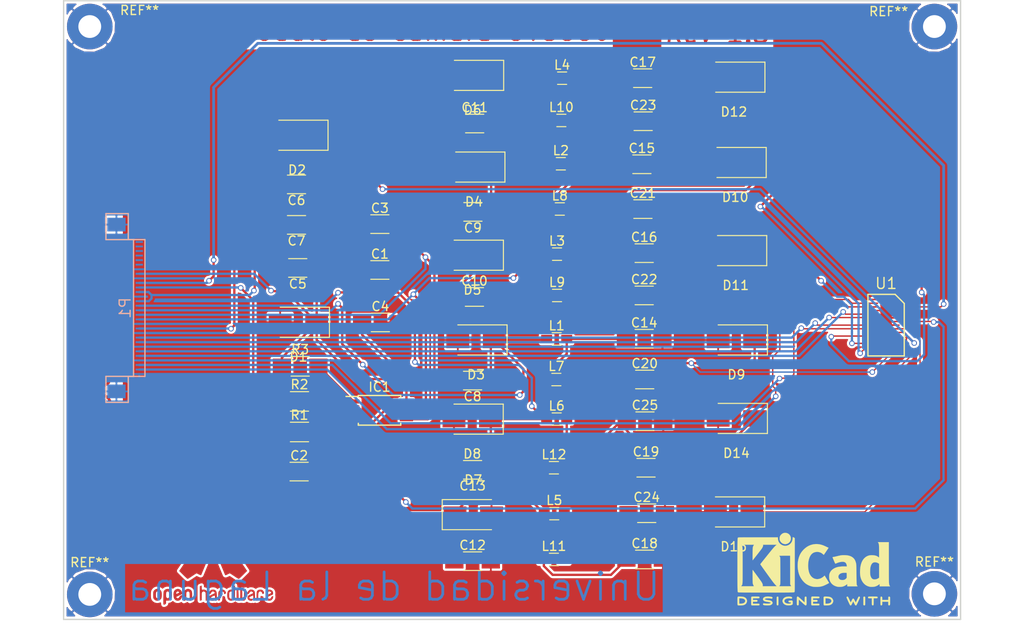
<source format=kicad_pcb>
(kicad_pcb (version 4) (host pcbnew 4.0.7-e2-6376~60~ubuntu17.10.1)
  (layers (0 F.Cu signal) (31 B.Cu signal) (34 B.Paste user) (35 F.Paste user) (36 B.SilkS user) (37 F.SilkS user) (38 B.Mask user) (39 F.Mask user) (44 Edge.Cuts user))
  (net 0 "")
  (net 1 AGND)
  (net 2 DVDD_CAM_IO_1V8)
  (net 3 CAM_I2C_SDA)
  (net 4 CAM_I2C_SCL)
  (net 5 CAM_I2C_SDA_D)
  (net 6 CAM_RST_D)
  (net 7 FLASH_STROBE)
  (net 8 FLASH_STROBE_D)
  (net 9 DVDD_CAM_IO_1V2)
  (net 10 CAM_PWDN)
  (net 11 CAM_PWDN_D)
  (net 12 "Net-(IC1-Pad1)")
  (net 13 "Net-(IC1-Pad2)")
  (net 14 "Net-(IC1-Pad3)")
  (net 15 CON_CSI_D0_P)
  (net 16 CON_CSI_D0_N)
  (net 17 CON_CSI_CLK_P)
  (net 18 CON_CSI_CLK_N)
  (net 19 CON_CSI_D1_P)
  (net 20 CON_CSI_D1_N)
  (net 21 CAM0_MCLK)
  (net 22 CAM_RST_L)
  (net 23 AF_VDD)
  (net 24 CAM_MCLK_D)
  (net 25 "Net-(C14-Pad1)")
  (net 26 "Net-(C15-Pad1)")
  (net 27 "Net-(C16-Pad1)")
  (net 28 "Net-(C17-Pad1)")
  (net 29 "Net-(C18-Pad1)")
  (net 30 "Net-(C19-Pad1)")
  (net 31 CAM_I2C_SCL_D)
  (module Mounting_Holes:MountingHole_2.5mm_Pad (layer F.Cu) (at 67.5005 75.5015)
    (fp_text reference REF** (at 5.461 -1.778) (layer F.SilkS))
    (fp_text value MountingHole_2.5mm_Pad)
    (pad 1 thru_hole circle (at 0 0) (size 5 5) (drill 2.5) (layers *.Cu *.Mask) (net 1 AGND))
  )
  (module Capacitors_SMD:C_1206_HandSoldering (layer F.Cu) (at 99.29876 102.20452)
    (fp_text reference C1 (at 0 -1.75) (layer F.SilkS))
    (fp_text value 0.1uF)
    (pad 1 smd rect (at -2 0) (size 2 1.6) (layers F.Cu F.Paste F.Mask) (net 2 DVDD_CAM_IO_1V8))
    (pad 2 smd rect (at 2 0) (size 2 1.6) (layers F.Cu F.Paste F.Mask) (net 1 AGND))
  )
  (module Capacitors_SMD:C_1206_HandSoldering (layer F.Cu) (at 90.4494 124.3203)
    (fp_text reference C2 (at 0 -1.75) (layer F.SilkS))
    (fp_text value 0.1uF)
    (pad 1 smd rect (at -2 0) (size 2 1.6) (layers F.Cu F.Paste F.Mask) (net 2 DVDD_CAM_IO_1V8))
    (pad 2 smd rect (at 2 0) (size 2 1.6) (layers F.Cu F.Paste F.Mask) (net 1 AGND))
  )
  (module Capacitors_SMD:C_1206_HandSoldering (layer F.Cu) (at 99.29876 97.17532)
    (fp_text reference C3 (at 0 -1.75) (layer F.SilkS))
    (fp_text value 4.7uF)
    (pad 1 smd rect (at -2 0) (size 2 1.6) (layers F.Cu F.Paste F.Mask) (net 2 DVDD_CAM_IO_1V8))
    (pad 2 smd rect (at 2 0) (size 2 1.6) (layers F.Cu F.Paste F.Mask) (net 1 AGND))
  )
  (module Capacitors_SMD:C_1206_HandSoldering (layer F.Cu) (at 99.35464 107.96016)
    (fp_text reference C4 (at 0 -1.75) (layer F.SilkS))
    (fp_text value 0.1uF)
    (pad 1 smd rect (at -2 0) (size 2 1.6) (layers F.Cu F.Paste F.Mask) (net 2 DVDD_CAM_IO_1V8))
    (pad 2 smd rect (at 2 0) (size 2 1.6) (layers F.Cu F.Paste F.Mask) (net 1 AGND))
  )
  (module Capacitors_SMD:C_1206_HandSoldering (layer F.Cu) (at 90.297 101.981 180)
    (fp_text reference C5 (at 0 -1.75 180) (layer F.SilkS))
    (fp_text value 0.1uF)
    (pad 1 smd rect (at -2 0 180) (size 2 1.6) (layers F.Cu F.Paste F.Mask) (net 2 DVDD_CAM_IO_1V8))
    (pad 2 smd rect (at 2 0 180) (size 2 1.6) (layers F.Cu F.Paste F.Mask) (net 1 AGND))
  )
  (module Capacitors_SMD:C_1206_HandSoldering (layer F.Cu) (at 90.16238 92.81668 180)
    (fp_text reference C6 (at 0 -1.75 180) (layer F.SilkS))
    (fp_text value 4.7uF)
    (pad 1 smd rect (at -2 0 180) (size 2 1.6) (layers F.Cu F.Paste F.Mask) (net 23 AF_VDD))
    (pad 2 smd rect (at 2 0 180) (size 2 1.6) (layers F.Cu F.Paste F.Mask) (net 1 AGND))
  )
  (module Capacitors_SMD:C_1206_HandSoldering (layer F.Cu) (at 90.16238 97.25914 180)
    (fp_text reference C7 (at 0 -1.75 180) (layer F.SilkS))
    (fp_text value 0.1uF)
    (pad 1 smd rect (at -2 0 180) (size 2 1.6) (layers F.Cu F.Paste F.Mask) (net 23 AF_VDD))
    (pad 2 smd rect (at 2 0 180) (size 2 1.6) (layers F.Cu F.Paste F.Mask) (net 1 AGND))
  )
  (module Capacitors_SMD:C_1206_HandSoldering (layer F.Cu) (at 109.4613 114.3381 180)
    (fp_text reference C8 (at 0 -1.75 180) (layer F.SilkS))
    (fp_text value 12pF)
    (pad 1 smd rect (at -2 0 180) (size 2 1.6) (layers F.Cu F.Paste F.Mask) (net 22 CAM_RST_L))
    (pad 2 smd rect (at 2 0 180) (size 2 1.6) (layers F.Cu F.Paste F.Mask) (net 1 AGND))
  )
  (module Capacitors_SMD:C_1206_HandSoldering (layer F.Cu) (at 109.49686 95.8342 180)
    (fp_text reference C9 (at 0 -1.75 180) (layer F.SilkS))
    (fp_text value 12pF)
    (pad 1 smd rect (at -2 0 180) (size 2 1.6) (layers F.Cu F.Paste F.Mask) (net 3 CAM_I2C_SDA))
    (pad 2 smd rect (at 2 0 180) (size 2 1.6) (layers F.Cu F.Paste F.Mask) (net 1 AGND))
  )
  (module Capacitors_SMD:C_1206_HandSoldering (layer F.Cu) (at 109.6645 105.16616)
    (fp_text reference C10 (at 0 -1.75) (layer F.SilkS))
    (fp_text value 12pF)
    (pad 1 smd rect (at -2 0) (size 2 1.6) (layers F.Cu F.Paste F.Mask) (net 4 CAM_I2C_SCL))
    (pad 2 smd rect (at 2 0) (size 2 1.6) (layers F.Cu F.Paste F.Mask) (net 1 AGND))
  )
  (module Capacitors_SMD:C_1206_HandSoldering (layer F.Cu) (at 109.69244 86.13902)
    (fp_text reference C11 (at 0 -1.75) (layer F.SilkS))
    (fp_text value 12pF)
    (pad 1 smd rect (at -2 0) (size 2 1.6) (layers F.Cu F.Paste F.Mask) (net 21 CAM0_MCLK))
    (pad 2 smd rect (at 2 0) (size 2 1.6) (layers F.Cu F.Paste F.Mask) (net 1 AGND))
  )
  (module Capacitors_SMD:C_1206_HandSoldering (layer F.Cu) (at 109.4613 134.1501)
    (fp_text reference C12 (at 0 -1.75) (layer F.SilkS))
    (fp_text value 12pF)
    (pad 1 smd rect (at -2 0) (size 2 1.6) (layers F.Cu F.Paste F.Mask) (net 10 CAM_PWDN))
    (pad 2 smd rect (at 2 0) (size 2 1.6) (layers F.Cu F.Paste F.Mask) (net 1 AGND))
  )
  (module Capacitors_SMD:C_1206_HandSoldering (layer F.Cu) (at 109.4613 124.1298 180)
    (fp_text reference C13 (at 0 -1.75 180) (layer F.SilkS))
    (fp_text value 12pF)
    (pad 1 smd rect (at -2 0 180) (size 2 1.6) (layers F.Cu F.Paste F.Mask) (net 7 FLASH_STROBE))
    (pad 2 smd rect (at 2 0 180) (size 2 1.6) (layers F.Cu F.Paste F.Mask) (net 1 AGND))
  )
  (module Capacitors_SMD:C_1206_HandSoldering (layer F.Cu) (at 128.27254 109.74832)
    (fp_text reference C14 (at 0 -1.75) (layer F.SilkS))
    (fp_text value 12pF)
    (pad 1 smd rect (at -2 0) (size 2 1.6) (layers F.Cu F.Paste F.Mask) (net 25 "Net-(C14-Pad1)"))
    (pad 2 smd rect (at 2 0) (size 2 1.6) (layers F.Cu F.Paste F.Mask) (net 1 AGND))
  )
  (module Capacitors_SMD:C_1206_HandSoldering (layer F.Cu) (at 128.02108 90.60942)
    (fp_text reference C15 (at 0 -1.75) (layer F.SilkS))
    (fp_text value 12pF)
    (pad 1 smd rect (at -2 0) (size 2 1.6) (layers F.Cu F.Paste F.Mask) (net 26 "Net-(C15-Pad1)"))
    (pad 2 smd rect (at 2 0) (size 2 1.6) (layers F.Cu F.Paste F.Mask) (net 1 AGND))
  )
  (module Capacitors_SMD:C_1206_HandSoldering (layer F.Cu) (at 128.27254 100.36048)
    (fp_text reference C16 (at 0 -1.75) (layer F.SilkS))
    (fp_text value 12pF)
    (pad 1 smd rect (at -2 0) (size 2 1.6) (layers F.Cu F.Paste F.Mask) (net 27 "Net-(C16-Pad1)"))
    (pad 2 smd rect (at 2 0) (size 2 1.6) (layers F.Cu F.Paste F.Mask) (net 1 AGND))
  )
  (module Capacitors_SMD:C_1206_HandSoldering (layer F.Cu) (at 128.1049 81.1657)
    (fp_text reference C17 (at 0 -1.75) (layer F.SilkS))
    (fp_text value 12pF)
    (pad 1 smd rect (at -2 0) (size 2 1.6) (layers F.Cu F.Paste F.Mask) (net 28 "Net-(C17-Pad1)"))
    (pad 2 smd rect (at 2 0) (size 2 1.6) (layers F.Cu F.Paste F.Mask) (net 1 AGND))
  )
  (module Capacitors_SMD:C_1206_HandSoldering (layer F.Cu) (at 128.3208 133.9596)
    (fp_text reference C18 (at 0 -1.75) (layer F.SilkS))
    (fp_text value 12pF)
    (pad 1 smd rect (at -2 0) (size 2 1.6) (layers F.Cu F.Paste F.Mask) (net 29 "Net-(C18-Pad1)"))
    (pad 2 smd rect (at 2 0) (size 2 1.6) (layers F.Cu F.Paste F.Mask) (net 1 AGND))
  )
  (module Capacitors_SMD:C_1206_HandSoldering (layer F.Cu) (at 128.4732 123.9012)
    (fp_text reference C19 (at 0 -1.75) (layer F.SilkS))
    (fp_text value 12pF)
    (pad 1 smd rect (at -2 0) (size 2 1.6) (layers F.Cu F.Paste F.Mask) (net 30 "Net-(C19-Pad1)"))
    (pad 2 smd rect (at 2 0) (size 2 1.6) (layers F.Cu F.Paste F.Mask) (net 1 AGND))
  )
  (module Capacitors_SMD:C_1206_HandSoldering (layer F.Cu) (at 128.32842 114.21872)
    (fp_text reference C20 (at 0 -1.75) (layer F.SilkS))
    (fp_text value 12pF)
    (pad 1 smd rect (at -2 0) (size 2 1.6) (layers F.Cu F.Paste F.Mask) (net 6 CAM_RST_D))
    (pad 2 smd rect (at 2 0) (size 2 1.6) (layers F.Cu F.Paste F.Mask) (net 1 AGND))
  )
  (module Capacitors_SMD:C_1206_HandSoldering (layer F.Cu) (at 128.13284 95.52686)
    (fp_text reference C21 (at 0 -1.75) (layer F.SilkS))
    (fp_text value 12pF)
    (pad 1 smd rect (at -2 0) (size 2 1.6) (layers F.Cu F.Paste F.Mask) (net 5 CAM_I2C_SDA_D))
    (pad 2 smd rect (at 2 0) (size 2 1.6) (layers F.Cu F.Paste F.Mask) (net 1 AGND))
  )
  (module Capacitors_SMD:C_1206_HandSoldering (layer F.Cu) (at 128.27254 104.99852)
    (fp_text reference C22 (at 0 -1.75) (layer F.SilkS))
    (fp_text value 12pF)
    (pad 1 smd rect (at -2 0) (size 2 1.6) (layers F.Cu F.Paste F.Mask) (net 31 CAM_I2C_SCL_D))
    (pad 2 smd rect (at 2 0) (size 2 1.6) (layers F.Cu F.Paste F.Mask) (net 1 AGND))
  )
  (module Capacitors_SMD:C_1206_HandSoldering (layer F.Cu) (at 128.16078 85.88756)
    (fp_text reference C23 (at 0 -1.75) (layer F.SilkS))
    (fp_text value 12pF)
    (pad 1 smd rect (at -2 0) (size 2 1.6) (layers F.Cu F.Paste F.Mask) (net 24 CAM_MCLK_D))
    (pad 2 smd rect (at 2 0) (size 2 1.6) (layers F.Cu F.Paste F.Mask) (net 1 AGND))
  )
  (module Capacitors_SMD:C_1206_HandSoldering (layer F.Cu) (at 128.5494 128.8923)
    (fp_text reference C24 (at 0 -1.75) (layer F.SilkS))
    (fp_text value 12pF)
    (pad 1 smd rect (at -2 0) (size 2 1.6) (layers F.Cu F.Paste F.Mask) (net 11 CAM_PWDN_D))
    (pad 2 smd rect (at 2 0) (size 2 1.6) (layers F.Cu F.Paste F.Mask) (net 1 AGND))
  )
  (module Capacitors_SMD:C_1206_HandSoldering (layer F.Cu) (at 128.3589 118.7958)
    (fp_text reference C25 (at 0 -1.75) (layer F.SilkS))
    (fp_text value 12pF)
    (pad 1 smd rect (at -2 0) (size 2 1.6) (layers F.Cu F.Paste F.Mask) (net 8 FLASH_STROBE_D))
    (pad 2 smd rect (at 2 0) (size 2 1.6) (layers F.Cu F.Paste F.Mask) (net 1 AGND))
  )
  (module Mounting_Holes:MountingHole_2.5mm_Pad (layer F.Cu) (at 67.5005 137.795)
    (fp_text reference REF** (at 0 -3.5) (layer F.SilkS))
    (fp_text value MountingHole_2.5mm_Pad)
    (pad 1 thru_hole circle (at 0 0) (size 5 5) (drill 2.5) (layers *.Cu *.Mask) (net 1 AGND))
  )
  (module Mounting_Holes:MountingHole_2.5mm_Pad (layer F.Cu) (at 160.0835 137.7315)
    (fp_text reference REF** (at 0 -3.5) (layer F.SilkS))
    (fp_text value MountingHole_2.5mm_Pad)
    (pad 1 thru_hole circle (at 0 0) (size 5 5) (drill 2.5) (layers *.Cu *.Mask) (net 1 AGND))
  )
  (module Mounting_Holes:MountingHole_2.5mm_Pad (layer F.Cu) (at 160.0835 75.5015)
    (fp_text reference REF** (at -5.0165 -1.651) (layer F.SilkS))
    (fp_text value MountingHole_2.5mm_Pad)
    (pad 1 thru_hole circle (at 0 0) (size 5 5) (drill 2.5) (layers *.Cu *.Mask) (net 1 AGND))
  )
  (module I-PEX-30:SOIC-30-MOD (layer F.Cu) (at 154.7876 108.2548 270)
    (fp_text reference U1 (at -4.575 0 360) (layer F.SilkS) (effects (font (size 1.2 1.2))))
    (fp_text value OV5680)
    (pad 2 smd rect (at -2.8 -1.18 270) (size 0.15 0.62) (layers F.Cu F.Paste F.Mask) (net 1 AGND))
    (pad 1 smd rect (at -2.8 1.18 270) (size 0.15 0.62) (layers F.Cu F.Paste F.Mask) (net 1 AGND))
    (pad 4 smd rect (at -2.4 -1.18 270) (size 0.15 0.62) (layers F.Cu F.Paste F.Mask) (net 1 AGND))
    (pad 3 smd rect (at -2.4 1.18 270) (size 0.15 0.62) (layers F.Cu F.Paste F.Mask) (net 19 CON_CSI_D1_P))
    (pad 6 smd rect (at -2 -1.18 270) (size 0.15 0.62) (layers F.Cu F.Paste F.Mask) (net 9 DVDD_CAM_IO_1V2))
    (pad 5 smd rect (at -2 1.18 270) (size 0.15 0.62) (layers F.Cu F.Paste F.Mask) (net 20 CON_CSI_D1_N))
    (pad 8 smd rect (at -1.6 -1.18 270) (size 0.15 0.62) (layers F.Cu F.Paste F.Mask) (net 9 DVDD_CAM_IO_1V2))
    (pad 7 smd rect (at -1.6 1.18 270) (size 0.15 0.62) (layers F.Cu F.Paste F.Mask) (net 1 AGND))
    (pad 10 smd rect (at -1.2 -1.18 270) (size 0.15 0.62) (layers F.Cu F.Paste F.Mask) (net 1 AGND))
    (pad 9 smd rect (at -1.2 1.18 270) (size 0.15 0.62) (layers F.Cu F.Paste F.Mask) (net 15 CON_CSI_D0_P))
    (pad 12 smd rect (at -0.8 -1.18 270) (size 0.15 0.62) (layers F.Cu F.Paste F.Mask) (net 1 AGND))
    (pad 11 smd rect (at -0.8 1.18 270) (size 0.15 0.62) (layers F.Cu F.Paste F.Mask) (net 16 CON_CSI_D0_N))
    (pad 14 smd rect (at -0.4 -1.18 270) (size 0.15 0.62) (layers F.Cu F.Paste F.Mask) (net 2 DVDD_CAM_IO_1V8))
    (pad 13 smd rect (at -0.4 1.18 270) (size 0.15 0.62) (layers F.Cu F.Paste F.Mask) (net 1 AGND))
    (pad 16 smd rect (at 0 -1.18 270) (size 0.15 0.62) (layers F.Cu F.Paste F.Mask) (net 1 AGND))
    (pad 15 smd rect (at 0 1.18 270) (size 0.15 0.62) (layers F.Cu F.Paste F.Mask) (net 17 CON_CSI_CLK_P))
    (pad 18 smd rect (at 0.4 -1.18 270) (size 0.15 0.62) (layers F.Cu F.Paste F.Mask) (net 11 CAM_PWDN_D))
    (pad 17 smd rect (at 0.4 1.18 270) (size 0.15 0.62) (layers F.Cu F.Paste F.Mask) (net 18 CON_CSI_CLK_N))
    (pad 20 smd rect (at 0.8 -1.18 270) (size 0.15 0.62) (layers F.Cu F.Paste F.Mask) (net 23 AF_VDD))
    (pad 19 smd rect (at 0.8 1.18 270) (size 0.15 0.62) (layers F.Cu F.Paste F.Mask) (net 1 AGND))
    (pad 22 smd rect (at 1.2 -1.18 270) (size 0.15 0.62) (layers F.Cu F.Paste F.Mask) (net 1 AGND))
    (pad 21 smd rect (at 1.2 1.18 270) (size 0.15 0.62) (layers F.Cu F.Paste F.Mask) (net 24 CAM_MCLK_D))
    (pad 24 smd rect (at 1.6 -1.18 270) (size 0.15 0.62) (layers F.Cu F.Paste F.Mask) (net 1 AGND))
    (pad 23 smd rect (at 1.6 1.18 270) (size 0.15 0.62) (layers F.Cu F.Paste F.Mask) (net 1 AGND))
    (pad 26 smd rect (at 2 -1.18 270) (size 0.15 0.62) (layers F.Cu F.Paste F.Mask) (net 23 AF_VDD))
    (pad 25 smd rect (at 2 1.18 270) (size 0.15 0.62) (layers F.Cu F.Paste F.Mask) (net 31 CAM_I2C_SCL_D))
    (pad 28 smd rect (at 2.4 -1.18 270) (size 0.15 0.62) (layers F.Cu F.Paste F.Mask) (net 8 FLASH_STROBE_D))
    (pad 27 smd rect (at 2.4 1.18 270) (size 0.15 0.62) (layers F.Cu F.Paste F.Mask) (net 5 CAM_I2C_SDA_D))
    (pad 30 smd rect (at 2.8 -1.18 270) (size 0.15 0.62) (layers F.Cu F.Paste F.Mask) (net 6 CAM_RST_D))
    (pad 29 smd rect (at 2.8 1.18 270) (size 0.15 0.62) (layers F.Cu F.Paste F.Mask) (net 1 AGND))
  )
  (module Symbols:OSHW-Logo2_14.6x12mm_Copper (layer F.Cu) (at 81.026 133.35)
    (fp_text reference REF*** hide)
    (fp_text value OSHW-Logo2_14.6x12mm_Copper hide)
    (fp_poly (pts (xy -4.8281 3.861903) (xy -4.71655 3.917522) (xy -4.618092 4.019931) (xy -4.590977 4.057864) (xy -4.561438 4.1075) (xy -4.542272 4.161412) (xy -4.531307 4.233364) (xy -4.526371 4.337122) (xy -4.525287 4.474101) (xy -4.530182 4.661815) (xy -4.547196 4.802758) (xy -4.579823 4.907908) (xy -4.631558 4.988243) (xy -4.705896 5.054741) (xy -4.711358 5.058678) (xy -4.78462 5.098953) (xy -4.87284 5.11888) (xy -4.985038 5.123793) (xy -5.167433 5.123793) (xy -5.167509 5.300857) (xy -5.169207 5.39947) (xy -5.17955 5.457314) (xy -5.206578 5.492006) (xy -5.258332 5.521164) (xy -5.270761 5.527121) (xy -5.328923 5.555039) (xy -5.373956 5.572672) (xy -5.407441 5.574194) (xy -5.430962 5.553781) (xy -5.4461 5.505607) (xy -5.454437 5.423846) (xy -5.457556 5.302672) (xy -5.45704 5.13626) (xy -5.454471 4.918785) (xy -5.453668 4.853736) (xy -5.450778 4.629502) (xy -5.448188 4.482821) (xy -5.167586 4.482821) (xy -5.166009 4.607326) (xy -5.159 4.688787) (xy -5.143142 4.742515) (xy -5.115019 4.783823) (xy -5.095925 4.803971) (xy -5.017865 4.862921) (xy -4.948753 4.86772) (xy -4.87744 4.819038) (xy -4.875632 4.817241) (xy -4.846617 4.779618) (xy -4.828967 4.728484) (xy -4.820064 4.649738) (xy -4.817291 4.529276) (xy -4.817241 4.502588) (xy -4.823942 4.336583) (xy -4.845752 4.221505) (xy -4.885235 4.151254) (xy -4.944956 4.119729) (xy -4.979472 4.116552) (xy -5.061389 4.13146) (xy -5.117579 4.180548) (xy -5.151402 4.270362) (xy -5.16622 4.407445) (xy -5.167586 4.482821) (xy -5.448188 4.482821) (xy -5.447713 4.455952) (xy -5.443753 4.325382) (xy -5.438174 4.230087) (xy -5.430254 4.162364) (xy -5.419269 4.114507) (xy -5.404499 4.078813) (xy -5.385218 4.047578) (xy -5.376951 4.035824) (xy -5.267288 3.924797) (xy -5.128635 3.861847) (xy -4.968246 3.844297) (xy -4.8281 3.861903)) (layer F.Cu) (width 0.01))
    (fp_poly (pts (xy -2.582571 3.877719) (xy -2.488877 3.931914) (xy -2.423736 3.985707) (xy -2.376093 4.042066) (xy -2.343272 4.110987) (xy -2.322594 4.202468) (xy -2.31138 4.326506) (xy -2.306951 4.493098) (xy -2.306437 4.612851) (xy -2.306437 5.053659) (xy -2.430517 5.109283) (xy -2.554598 5.164907) (xy -2.569195 4.682095) (xy -2.575227 4.501779) (xy -2.581555 4.370901) (xy -2.589394 4.280511) (xy -2.599963 4.221664) (xy -2.614477 4.185413) (xy -2.634152 4.16281) (xy -2.640465 4.157917) (xy -2.736112 4.119706) (xy -2.832793 4.134827) (xy -2.890345 4.174943) (xy -2.913755 4.20337) (xy -2.929961 4.240672) (xy -2.940259 4.297223) (xy -2.945951 4.383394) (xy -2.948336 4.509558) (xy -2.948736 4.641042) (xy -2.948814 4.805999) (xy -2.951639 4.922761) (xy -2.961093 5.00151) (xy -2.98106 5.052431) (xy -3.015424 5.085706) (xy -3.068068 5.11152) (xy -3.138383 5.138344) (xy -3.21518 5.167542) (xy -3.206038 4.649346) (xy -3.202357 4.462539) (xy -3.19805 4.32449) (xy -3.191877 4.225568) (xy -3.182598 4.156145) (xy -3.168973 4.10659) (xy -3.149761 4.067273) (xy -3.126598 4.032584) (xy -3.014848 3.92177) (xy -2.878487 3.857689) (xy -2.730175 3.842339) (xy -2.582571 3.877719)) (layer F.Cu) (width 0.01))
    (fp_poly (pts (xy -5.951779 3.866015) (xy -5.814939 3.937968) (xy -5.713949 4.053766) (xy -5.678075 4.128213) (xy -5.650161 4.239992) (xy -5.635871 4.381227) (xy -5.634516 4.535371) (xy -5.645405 4.685879) (xy -5.667847 4.816205) (xy -5.70115 4.909803) (xy -5.711385 4.925922) (xy -5.832618 5.046249) (xy -5.976613 5.118317) (xy -6.132861 5.139408) (xy -6.290852 5.106802) (xy -6.33482 5.087253) (xy -6.420444 5.027012) (xy -6.495592 4.947135) (xy -6.502694 4.937004) (xy -6.531561 4.888181) (xy -6.550643 4.83599) (xy -6.561916 4.767285) (xy -6.567355 4.668918) (xy -6.568938 4.527744) (xy -6.568965 4.496092) (xy -6.568893 4.486019) (xy -6.277011 4.486019) (xy -6.275313 4.619256) (xy -6.268628 4.707674) (xy -6.254575 4.764785) (xy -6.230771 4.804102) (xy -6.218621 4.817241) (xy -6.148764 4.867172) (xy -6.080941 4.864895) (xy -6.012365 4.821584) (xy -5.971465 4.775346) (xy -5.947242 4.707857) (xy -5.933639 4.601433) (xy -5.932706 4.58902) (xy -5.930384 4.396147) (xy -5.95465 4.2529) (xy -6.005176 4.16016) (xy -6.081632 4.118807) (xy -6.108924 4.116552) (xy -6.180589 4.127893) (xy -6.22961 4.167184) (xy -6.259582 4.242326) (xy -6.274101 4.361222) (xy -6.277011 4.486019) (xy -6.568893 4.486019) (xy -6.567878 4.345659) (xy -6.563312 4.240549) (xy -6.553312 4.167714) (xy -6.535921 4.114108) (xy -6.509184 4.066681) (xy -6.503276 4.057864) (xy -6.403968 3.939007) (xy -6.295758 3.870008) (xy -6.164019 3.842619) (xy -6.119283 3.841281) (xy -5.951779 3.866015)) (layer F.Cu) (width 0.01))
    (fp_poly (pts (xy -3.684448 3.884676) (xy -3.569342 3.962111) (xy -3.480389 4.073949) (xy -3.427251 4.216265) (xy -3.416503 4.321015) (xy -3.417724 4.364726) (xy -3.427944 4.398194) (xy -3.456039 4.428179) (xy -3.510884 4.46144) (xy -3.601355 4.504738) (xy -3.736328 4.564833) (xy -3.737011 4.565134) (xy -3.861249 4.622037) (xy -3.963127 4.672565) (xy -4.032233 4.71128) (xy -4.058154 4.73274) (xy -4.058161 4.732913) (xy -4.035315 4.779644) (xy -3.981891 4.831154) (xy -3.920558 4.868261) (xy -3.889485 4.875632) (xy -3.804711 4.850138) (xy -3.731707 4.786291) (xy -3.696087 4.716094) (xy -3.66182 4.664343) (xy -3.594697 4.605409) (xy -3.515792 4.554496) (xy -3.446179 4.526809) (xy -3.431623 4.525287) (xy -3.415237 4.550321) (xy -3.41425 4.614311) (xy -3.426292 4.700593) (xy -3.448993 4.792501) (xy -3.479986 4.873369) (xy -3.481552 4.876509) (xy -3.574819 5.006734) (xy -3.695696 5.095311) (xy -3.832973 5.138786) (xy -3.97544 5.133706) (xy -4.111888 5.076616) (xy -4.117955 5.072602) (xy -4.22529 4.975326) (xy -4.295868 4.848409) (xy -4.334926 4.681526) (xy -4.340168 4.634639) (xy -4.349452 4.413329) (xy -4.338322 4.310124) (xy -4.058161 4.310124) (xy -4.054521 4.374503) (xy -4.034611 4.393291) (xy -3.984974 4.379235) (xy -3.906733 4.346009) (xy -3.819274 4.304359) (xy -3.817101 4.303256) (xy -3.74297 4.264265) (xy -3.713219 4.238244) (xy -3.720555 4.210965) (xy -3.751447 4.175121) (xy -3.83004 4.123251) (xy -3.914677 4.119439) (xy -3.990597 4.157189) (xy -4.043035 4.230001) (xy -4.058161 4.310124) (xy -4.338322 4.310124) (xy -4.330356 4.236261) (xy -4.281366 4.095829) (xy -4.213164 3.997447) (xy -4.090065 3.89803) (xy -3.954472 3.848711) (xy -3.816045 3.845568) (xy -3.684448 3.884676)) (layer F.Cu) (width 0.01))
    (fp_poly (pts (xy -1.255402 3.723857) (xy -1.246846 3.843188) (xy -1.237019 3.913506) (xy -1.223401 3.944179) (xy -1.203473 3.944571) (xy -1.197011 3.94091) (xy -1.11106 3.914398) (xy -0.999255 3.915946) (xy -0.885586 3.943199) (xy -0.81449 3.978455) (xy -0.741595 4.034778) (xy -0.688307 4.098519) (xy -0.651725 4.17951) (xy -0.62895 4.287586) (xy -0.617081 4.43258) (xy -0.613218 4.624326) (xy -0.613149 4.661109) (xy -0.613103 5.074288) (xy -0.705046 5.106339) (xy -0.770348 5.128144) (xy -0.806176 5.138297) (xy -0.80723 5.138391) (xy -0.810758 5.11086) (xy -0.813761 5.034923) (xy -0.81601 4.920565) (xy -0.817276 4.777769) (xy -0.817471 4.690951) (xy -0.817877 4.519773) (xy -0.819968 4.397088) (xy -0.825053 4.313) (xy -0.83444 4.257614) (xy -0.849439 4.221032) (xy -0.871358 4.193359) (xy -0.885043 4.180032) (xy -0.979051 4.126328) (xy -1.081636 4.122307) (xy -1.17471 4.167725) (xy -1.191922 4.184123) (xy -1.217168 4.214957) (xy -1.23468 4.251531) (xy -1.245858 4.304415) (xy -1.252104 4.384177) (xy -1.254818 4.501385) (xy -1.255402 4.662991) (xy -1.255402 5.074288) (xy -1.347345 5.106339) (xy -1.412647 5.128144) (xy -1.448475 5.138297) (xy -1.449529 5.138391) (xy -1.452225 5.110448) (xy -1.454655 5.03163) (xy -1.456722 4.909453) (xy -1.458329 4.751432) (xy -1.459377 4.565083) (xy -1.459769 4.35792) (xy -1.45977 4.348706) (xy -1.45977 3.55902) (xy -1.364885 3.518997) (xy -1.27 3.478973) (xy -1.255402 3.723857)) (layer F.Cu) (width 0.01))
    (fp_poly (pts (xy 0.079944 3.92436) (xy 0.194343 3.966842) (xy 0.195652 3.967658) (xy 0.266403 4.01973) (xy 0.318636 4.080584) (xy 0.355371 4.159887) (xy 0.379634 4.267309) (xy 0.394445 4.412517) (xy 0.402829 4.605179) (xy 0.403564 4.632628) (xy 0.41412 5.046521) (xy 0.325291 5.092456) (xy 0.261018 5.123498) (xy 0.22221 5.138206) (xy 0.220415 5.138391) (xy 0.2137 5.11125) (xy 0.208365 5.038041) (xy 0.205083 4.931081) (xy 0.204368 4.844469) (xy 0.204351 4.704162) (xy 0.197937 4.616051) (xy 0.17558 4.574025) (xy 0.127732 4.571975) (xy 0.044849 4.60379) (xy -0.080287 4.662272) (xy -0.172303 4.710845) (xy -0.219629 4.752986) (xy -0.233542 4.798916) (xy -0.233563 4.801189) (xy -0.210605 4.880311) (xy -0.14263 4.923055) (xy -0.038602 4.929246) (xy 0.03633 4.928172) (xy 0.075839 4.949753) (xy 0.100478 5.001591) (xy 0.114659 5.067632) (xy 0.094223 5.105104) (xy 0.086528 5.110467) (xy 0.014083 5.132006) (xy -0.087367 5.135055) (xy -0.191843 5.120778) (xy -0.265875 5.094688) (xy -0.368228 5.007785) (xy -0.426409 4.886816) (xy -0.437931 4.792308) (xy -0.429138 4.707062) (xy -0.39732 4.637476) (xy -0.334316 4.575672) (xy -0.231969 4.513772) (xy -0.082118 4.443897) (xy -0.072988 4.439948) (xy 0.061997 4.377588) (xy 0.145294 4.326446) (xy 0.180997 4.280488) (xy 0.173203 4.233683) (xy 0.126007 4.179998) (xy 0.111894 4.167644) (xy 0.017359 4.119741) (xy -0.080594 4.121758) (xy -0.165903 4.168724) (xy -0.222504 4.255669) (xy -0.227763 4.272734) (xy -0.278977 4.355504) (xy -0.343963 4.395372) (xy -0.437931 4.434882) (xy -0.437931 4.332658) (xy -0.409347 4.184072) (xy -0.324505 4.047784) (xy -0.280355 4.002191) (xy -0.179995 3.943674) (xy -0.052365 3.917184) (xy 0.079944 3.92436)) (layer F.Cu) (width 0.01))
    (fp_poly (pts (xy 1.065943 3.92192) (xy 1.198565 3.970859) (xy 1.30601 4.057419) (xy 1.348032 4.118352) (xy 1.393843 4.230161) (xy 1.392891 4.311006) (xy 1.344808 4.365378) (xy 1.327017 4.374624) (xy 1.250204 4.40345) (xy 1.210976 4.396065) (xy 1.197689 4.347658) (xy 1.197012 4.32092) (xy 1.172686 4.222548) (xy 1.109281 4.153734) (xy 1.021154 4.120498) (xy 0.922663 4.128861) (xy 0.842602 4.172296) (xy 0.815561 4.197072) (xy 0.796394 4.227129) (xy 0.783446 4.272565) (xy 0.775064 4.343476) (xy 0.769593 4.44996) (xy 0.765378 4.602112) (xy 0.764287 4.650287) (xy 0.760307 4.815095) (xy 0.755781 4.931088) (xy 0.748995 5.007833) (xy 0.738231 5.054893) (xy 0.721773 5.081835) (xy 0.697906 5.098223) (xy 0.682626 5.105463) (xy 0.617733 5.13022) (xy 0.579534 5.138391) (xy 0.566912 5.111103) (xy 0.559208 5.028603) (xy 0.55638 4.889941) (xy 0.558386 4.694162) (xy 0.559011 4.663965) (xy 0.563421 4.485349) (xy 0.568635 4.354923) (xy 0.576055 4.262492) (xy 0.587082 4.197858) (xy 0.603117 4.150825) (xy 0.625561 4.111196) (xy 0.637302 4.094215) (xy 0.704619 4.01908) (xy 0.77991 3.960638) (xy 0.789128 3.955536) (xy 0.924133 3.91526) (xy 1.065943 3.92192)) (layer F.Cu) (width 0.01))
    (fp_poly (pts (xy 2.393914 4.154455) (xy 2.393543 4.372661) (xy 2.392108 4.540519) (xy 2.389002 4.66607) (xy 2.383622 4.757355) (xy 2.375362 4.822415) (xy 2.363616 4.869291) (xy 2.347781 4.906024) (xy 2.33579 4.926991) (xy 2.23649 5.040694) (xy 2.110588 5.111965) (xy 1.971291 5.137538) (xy 1.831805 5.11415) (xy 1.748743 5.072119) (xy 1.661545 4.999411) (xy 1.602117 4.910612) (xy 1.566261 4.79432) (xy 1.549781 4.639135) (xy 1.547447 4.525287) (xy 1.547761 4.517106) (xy 1.751724 4.517106) (xy 1.75297 4.647657) (xy 1.758678 4.73408) (xy 1.771804 4.790618) (xy 1.795306 4.831514) (xy 1.823386 4.862362) (xy 1.917688 4.921905) (xy 2.01894 4.926992) (xy 2.114636 4.877279) (xy 2.122084 4.870543) (xy 2.153874 4.835502) (xy 2.173808 4.793811) (xy 2.1846 4.731762) (xy 2.188965 4.635644) (xy 2.189655 4.529379) (xy 2.188159 4.39588) (xy 2.181964 4.306822) (xy 2.168514 4.248293) (xy 2.145251 4.206382) (xy 2.126175 4.184123) (xy 2.037563 4.127985) (xy 1.935508 4.121235) (xy 1.838095 4.164114) (xy 1.819296 4.180032) (xy 1.787293 4.215382) (xy 1.767318 4.257502) (xy 1.756593 4.320251) (xy 1.752339 4.417487) (xy 1.751724 4.517106) (xy 1.547761 4.517106) (xy 1.554504 4.341947) (xy 1.578472 4.204195) (xy 1.623548 4.100632) (xy 1.693928 4.019856) (xy 1.748743 3.978455) (xy 1.848376 3.933728) (xy 1.963855 3.912967) (xy 2.071199 3.918525) (xy 2.131264 3.940943) (xy 2.154835 3.947323) (xy 2.170477 3.923535) (xy 2.181395 3.859788) (xy 2.189655 3.762687) (xy 2.198699 3.654541) (xy 2.211261 3.589475) (xy 2.234119 3.552268) (xy 2.274051 3.527699) (xy 2.299138 3.516819) (xy 2.394023 3.477072) (xy 2.393914 4.154455)) (layer F.Cu) (width 0.01))
    (fp_poly (pts (xy 3.580124 3.93984) (xy 3.584579 4.016653) (xy 3.588071 4.133391) (xy 3.590315 4.280821) (xy 3.591035 4.435455) (xy 3.591035 4.958727) (xy 3.498645 5.051117) (xy 3.434978 5.108047) (xy 3.379089 5.131107) (xy 3.302702 5.129647) (xy 3.27238 5.125934) (xy 3.17761 5.115126) (xy 3.099222 5.108933) (xy 3.080115 5.108361) (xy 3.015699 5.112102) (xy 2.923571 5.121494) (xy 2.88785 5.125934) (xy 2.800114 5.132801) (xy 2.741153 5.117885) (xy 2.68269 5.071835) (xy 2.661585 5.051117) (xy 2.569195 4.958727) (xy 2.569195 3.979947) (xy 2.643558 3.946066) (xy 2.70759 3.92097) (xy 2.745052 3.912184) (xy 2.754657 3.93995) (xy 2.763635 4.01753) (xy 2.771386 4.136348) (xy 2.777314 4.287828) (xy 2.780173 4.415805) (xy 2.788161 4.919425) (xy 2.857848 4.929278) (xy 2.921229 4.922389) (xy 2.952286 4.900083) (xy 2.960967 4.858379) (xy 2.968378 4.769544) (xy 2.973931 4.644834) (xy 2.977036 4.495507) (xy 2.977484 4.418661) (xy 2.977931 3.976287) (xy 3.069874 3.944235) (xy 3.134949 3.922443) (xy 3.170347 3.912281) (xy 3.171368 3.912184) (xy 3.17492 3.939809) (xy 3.178823 4.016411) (xy 3.182751 4.132579) (xy 3.186376 4.278904) (xy 3.188908 4.415805) (xy 3.196897 4.919425) (xy 3.372069 4.919425) (xy 3.380107 4.459965) (xy 3.388146 4.000505) (xy 3.473543 3.956344) (xy 3.536593 3.926019) (xy 3.57391 3.912258) (xy 3.574987 3.912184) (xy 3.580124 3.93984)) (layer F.Cu) (width 0.01))
    (fp_poly (pts (xy 4.314406 3.935156) (xy 4.398469 3.973393) (xy 4.46445 4.019726) (xy 4.512794 4.071532) (xy 4.546172 4.138363) (xy 4.567253 4.229769) (xy 4.578707 4.355301) (xy 4.583203 4.524508) (xy 4.583678 4.635933) (xy 4.583678 5.070627) (xy 4.509316 5.104509) (xy 4.450746 5.129272) (xy 4.42173 5.138391) (xy 4.416179 5.111257) (xy 4.411775 5.038094) (xy 4.409078 4.931263) (xy 4.408506 4.846437) (xy 4.406046 4.723887) (xy 4.399412 4.626668) (xy 4.389726 4.567134) (xy 4.382032 4.554483) (xy 4.330311 4.567402) (xy 4.249117 4.600539) (xy 4.155102 4.645461) (xy 4.064917 4.693735) (xy 3.995215 4.736928) (xy 3.962648 4.766608) (xy 3.962519 4.766929) (xy 3.96532 4.821857) (xy 3.990439 4.874292) (xy 4.034541 4.916881) (xy 4.098909 4.931126) (xy 4.153921 4.929466) (xy 4.231835 4.928245) (xy 4.272732 4.946498) (xy 4.297295 4.994726) (xy 4.300392 5.00382) (xy 4.31104 5.072598) (xy 4.282565 5.11436) (xy 4.208344 5.134263) (xy 4.128168 5.137944) (xy 3.98389 5.110658) (xy 3.909203 5.07169) (xy 3.816963 4.980148) (xy 3.768043 4.867782) (xy 3.763654 4.749051) (xy 3.805001 4.638411) (xy 3.867197 4.56908) (xy 3.929294 4.530265) (xy 4.026895 4.481125) (xy 4.140632 4.431292) (xy 4.15959 4.423677) (xy 4.284521 4.368545) (xy 4.356539 4.319954) (xy 4.3797 4.271647) (xy 4.358064 4.21737) (xy 4.32092 4.174943) (xy 4.233127 4.122702) (xy 4.13653 4.118784) (xy 4.047944 4.159041) (xy 3.984186 4.239326) (xy 3.975817 4.26004) (xy 3.927096 4.336225) (xy 3.855965 4.392785) (xy 3.766207 4.439201) (xy 3.766207 4.307584) (xy 3.77149 4.227168) (xy 3.794142 4.163786) (xy 3.844367 4.096163) (xy 3.892582 4.044076) (xy 3.967554 3.970322) (xy 4.025806 3.930702) (xy 4.088372 3.91481) (xy 4.159193 3.912184) (xy 4.314406 3.935156)) (layer F.Cu) (width 0.01))
    (fp_poly (pts (xy 5.33569 3.940018) (xy 5.370585 3.955269) (xy 5.453877 4.021235) (xy 5.525103 4.116618) (xy 5.569153 4.218406) (xy 5.576322 4.268587) (xy 5.552285 4.338647) (xy 5.499561 4.375717) (xy 5.443031 4.398164) (xy 5.417146 4.4023) (xy 5.404542 4.372283) (xy 5.379654 4.306961) (xy 5.368735 4.277445) (xy 5.307508 4.175348) (xy 5.218861 4.124423) (xy 5.105193 4.125989) (xy 5.096774 4.127994) (xy 5.036088 4.156767) (xy 4.991474 4.212859) (xy 4.961002 4.303163) (xy 4.942744 4.434571) (xy 4.934771 4.613974) (xy 4.934023 4.709433) (xy 4.933652 4.859913) (xy 4.931223 4.962495) (xy 4.92476 5.027672) (xy 4.912288 5.065938) (xy 4.891833 5.087785) (xy 4.861419 5.103707) (xy 4.859661 5.104509) (xy 4.801091 5.129272) (xy 4.772075 5.138391) (xy 4.767616 5.110822) (xy 4.763799 5.03462) (xy 4.760899 4.919541) (xy 4.759191 4.775341) (xy 4.758851 4.669814) (xy 4.760588 4.465613) (xy 4.767382 4.310697) (xy 4.781607 4.196024) (xy 4.805638 4.112551) (xy 4.841848 4.051236) (xy 4.892612 4.003034) (xy 4.942739 3.969393) (xy 5.063275 3.924619) (xy 5.203557 3.914521) (xy 5.33569 3.940018)) (layer F.Cu) (width 0.01))
    (fp_poly (pts (xy 6.343439 3.95654) (xy 6.45895 4.032034) (xy 6.514664 4.099617) (xy 6.558804 4.222255) (xy 6.562309 4.319298) (xy 6.554368 4.449056) (xy 6.255115 4.580039) (xy 6.109611 4.646958) (xy 6.014537 4.70079) (xy 5.965101 4.747416) (xy 5.956511 4.79272) (xy 5.983972 4.842582) (xy 6.014253 4.875632) (xy 6.102363 4.928633) (xy 6.198196 4.932347) (xy 6.286212 4.891041) (xy 6.350869 4.808983) (xy 6.362433 4.780008) (xy 6.417825 4.689509) (xy 6.481553 4.65094) (xy 6.568966 4.617946) (xy 6.568966 4.743034) (xy 6.561238 4.828156) (xy 6.530966 4.899938) (xy 6.467518 4.982356) (xy 6.458088 4.993066) (xy 6.387513 5.066391) (xy 6.326847 5.105742) (xy 6.25095 5.123845) (xy 6.18803 5.129774) (xy 6.075487 5.131251) (xy 5.99537 5.112535) (xy 5.94539 5.084747) (xy 5.866838 5.023641) (xy 5.812463 4.957554) (xy 5.778052 4.874441) (xy 5.759388 4.762254) (xy 5.752256 4.608946) (xy 5.751687 4.531136) (xy 5.753622 4.437853) (xy 5.929899 4.437853) (xy 5.931944 4.487896) (xy 5.937039 4.496092) (xy 5.970666 4.484958) (xy 6.04303 4.455493) (xy 6.139747 4.413601) (xy 6.159973 4.404597) (xy 6.282203 4.342442) (xy 6.349547 4.287815) (xy 6.364348 4.236649) (xy 6.328947 4.184876) (xy 6.299711 4.162) (xy 6.194216 4.11625) (xy 6.095476 4.123808) (xy 6.012812 4.179651) (xy 5.955548 4.278753) (xy 5.937188 4.357414) (xy 5.929899 4.437853) (xy 5.753622 4.437853) (xy 5.755459 4.349351) (xy 5.769359 4.214853) (xy 5.796894 4.116916) (xy 5.841572 4.044811) (xy 5.906901 3.987813) (xy 5.935383 3.969393) (xy 6.064763 3.921422) (xy 6.206412 3.918403) (xy 6.343439 3.95654)) (layer F.Cu) (width 0.01))
    (fp_poly (pts (xy 0.209014 -5.547002) (xy 0.367006 -5.546137) (xy 0.481347 -5.543795) (xy 0.559407 -5.539238) (xy 0.608554 -5.53173) (xy 0.636159 -5.520534) (xy 0.649592 -5.504912) (xy 0.656221 -5.484127) (xy 0.656865 -5.481437) (xy 0.666935 -5.432887) (xy 0.685575 -5.337095) (xy 0.710845 -5.204257) (xy 0.740807 -5.044569) (xy 0.773522 -4.868226) (xy 0.774664 -4.862033) (xy 0.807433 -4.689218) (xy 0.838093 -4.536531) (xy 0.864664 -4.413129) (xy 0.885167 -4.328169) (xy 0.897626 -4.29081) (xy 0.89822 -4.290148) (xy 0.934919 -4.271905) (xy 1.010586 -4.241503) (xy 1.108878 -4.205507) (xy 1.109425 -4.205315) (xy 1.233233 -4.158778) (xy 1.379196 -4.099496) (xy 1.516781 -4.039891) (xy 1.523293 -4.036944) (xy 1.74739 -3.935235) (xy 2.243619 -4.274103) (xy 2.395846 -4.377408) (xy 2.533741 -4.469763) (xy 2.649315 -4.545916) (xy 2.734579 -4.600615) (xy 2.781544 -4.628607) (xy 2.786004 -4.630683) (xy 2.820134 -4.62144) (xy 2.883881 -4.576844) (xy 2.979731 -4.494791) (xy 3.110169 -4.373179) (xy 3.243328 -4.243795) (xy 3.371694 -4.116298) (xy 3.486581 -3.999954) (xy 3.581073 -3.901948) (xy 3.648253 -3.829464) (xy 3.681206 -3.789687) (xy 3.682432 -3.787639) (xy 3.686074 -3.760344) (xy 3.67235 -3.715766) (xy 3.637869 -3.647888) (xy 3.579239 -3.550689) (xy 3.49307 -3.418149) (xy 3.3782 -3.247524) (xy 3.276254 -3.097345) (xy 3.185123 -2.96265) (xy 3.110073 -2.85126) (xy 3.056369 -2.770995) (xy 3.02928 -2.729675) (xy 3.027574 -2.72687) (xy 3.030882 -2.687279) (xy 3.055953 -2.610331) (xy 3.097798 -2.510568) (xy 3.112712 -2.478709) (xy 3.177786 -2.336774) (xy 3.247212 -2.175727) (xy 3.303609 -2.036379) (xy 3.344247 -1.932956) (xy 3.376526 -1.854358) (xy 3.395178 -1.81328) (xy 3.397497 -1.810115) (xy 3.431803 -1.804872) (xy 3.512669 -1.790506) (xy 3.629343 -1.769063) (xy 3.771075 -1.742587) (xy 3.92711 -1.713123) (xy 4.086698 -1.682717) (xy 4.239085 -1.653412) (xy 4.373521 -1.627255) (xy 4.479252 -1.60629) (xy 4.545526 -1.592561) (xy 4.561782 -1.58868) (xy 4.578573 -1.5791) (xy 4.591249 -1.557464) (xy 4.600378 -1.516469) (xy 4.606531 -1.448811) (xy 4.61028 -1.347188) (xy 4.612192 -1.204297) (xy 4.61284 -1.012835) (xy 4.612874 -0.934355) (xy 4.612874 -0.296094) (xy 4.459598 -0.26584) (xy 4.374322 -0.249436) (xy 4.24707 -0.225491) (xy 4.093315 -0.196893) (xy 3.928534 -0.166533) (xy 3.882989 -0.158194) (xy 3.730932 -0.12863) (xy 3.598468 -0.099558) (xy 3.496714 -0.073671) (xy 3.436788 -0.053663) (xy 3.426805 -0.047699) (xy 3.402293 -0.005466) (xy 3.367148 0.07637) (xy 3.328173 0.181683) (xy 3.320442 0.204368) (xy 3.26936 0.345018) (xy 3.205954 0.503714) (xy 3.143904 0.646225) (xy 3.143598 0.646886) (xy 3.040267 0.87044) (xy 3.719961 1.870232) (xy 3.283621 2.3073) (xy 3.151649 2.437381) (xy 3.031279 2.552048) (xy 2.929273 2.645181) (xy 2.852391 2.710658) (xy 2.807393 2.742357) (xy 2.800938 2.744368) (xy 2.76304 2.728529) (xy 2.685708 2.684496) (xy 2.577389 2.61749) (xy 2.446532 2.532734) (xy 2.305052 2.437816) (xy 2.161461 2.340998) (xy 2.033435 2.256751) (xy 1.929105 2.190258) (xy 1.8566 2.146702) (xy 1.824158 2.131264) (xy 1.784576 2.144328) (xy 1.709519 2.17875) (xy 1.614468 2.22738) (xy 1.604392 2.232785) (xy 1.476391 2.29698) (xy 1.388618 2.328463) (xy 1.334028 2.328798) (xy 1.305575 2.299548) (xy 1.30541 2.299138) (xy 1.291188 2.264498) (xy 1.257269 2.182269) (xy 1.206284 2.058814) (xy 1.140862 1.900498) (xy 1.063634 1.713686) (xy 0.977229 1.504742) (xy 0.893551 1.302446) (xy 0.801588 1.0792) (xy 0.71715 0.872392) (xy 0.642769 0.688362) (xy 0.580974 0.533451) (xy 0.534297 0.413996) (xy 0.505268 0.336339) (xy 0.496322 0.307356) (xy 0.518756 0.27411) (xy 0.577439 0.221123) (xy 0.655689 0.162704) (xy 0.878534 -0.022048) (xy 1.052718 -0.233818) (xy 1.176154 -0.468144) (xy 1.246754 -0.720566) (xy 1.262431 -0.986623) (xy 1.251036 -1.109425) (xy 1.18895 -1.364207) (xy 1.082023 -1.589199) (xy 0.936889 -1.782183) (xy 0.760178 -1.940939) (xy 0.558522 -2.06325) (xy 0.338554 -2.146895) (xy 0.106906 -2.189656) (xy -0.129791 -2.189313) (xy -0.364905 -2.143648) (xy -0.591804 -2.050441) (xy -0.803856 -1.907473) (xy -0.892364 -1.826617) (xy -1.062111 -1.618993) (xy -1.180301 -1.392105) (xy -1.247722 -1.152567) (xy -1.26516 -0.906993) (xy -1.233402 -0.661997) (xy -1.153235 -0.424192) (xy -1.025445 -0.200193) (xy -0.85082 0.003387) (xy -0.655688 0.162704) (xy -0.574409 0.223602) (xy -0.516991 0.276015) (xy -0.496322 0.307406) (xy -0.507144 0.341639) (xy -0.537923 0.423419) (xy -0.586126 0.546407) (xy -0.649222 0.704263) (xy -0.724678 0.890649) (xy -0.809962 1.099226) (xy -0.893781 1.302496) (xy -0.986255 1.525933) (xy -1.071911 1.732984) (xy -1.148118 1.917286) (xy -1.212247 2.072475) (xy -1.261668 2.192188) (xy -1.293752 2.270061) (xy -1.305641 2.299138) (xy -1.333726 2.328677) (xy -1.388051 2.328591) (xy -1.475605 2.297326) (xy -1.603381 2.233329) (xy -1.604392 2.232785) (xy -1.700598 2.183121) (xy -1.778369 2.146945) (xy -1.822223 2.131408) (xy -1.824158 2.131264) (xy -1.857171 2.147024) (xy -1.930054 2.19085) (xy -2.034678 2.257557) (xy -2.16291 2.341964) (xy -2.305052 2.437816) (xy -2.449767 2.534867) (xy -2.580196 2.61927) (xy -2.68789 2.685801) (xy -2.764402 2.729238) (xy -2.800938 2.744368) (xy -2.834582 2.724482) (xy -2.902224 2.668903) (xy -2.997107 2.583754) (xy -3.11247 2.475153) (xy -3.241555 2.349221) (xy -3.283771 2.307149) (xy -3.720261 1.869931) (xy -3.388023 1.38234) (xy -3.287054 1.232605) (xy -3.198438 1.09822) (xy -3.127146 0.986969) (xy -3.07815 0.906639) (xy -3.056422 0.865014) (xy -3.055785 0.862053) (xy -3.06724 0.822818) (xy -3.098051 0.743895) (xy -3.142884 0.638509) (xy -3.174353 0.567954) (xy -3.233192 0.432876) (xy -3.288604 0.296409) (xy -3.331564 0.181103) (xy -3.343234 0.145977) (xy -3.376389 0.052174) (xy -3.408799 -0.020306) (xy -3.426601 -0.047699) (xy -3.465886 -0.064464) (xy -3.551626 -0.08823) (xy -3.672697 -0.116303) (xy -3.817973 -0.145991) (xy -3.882988 -0.158194) (xy -4.048087 -0.188532) (xy -4.206448 -0.217907) (xy -4.342596 -0.243431) (xy -4.441057 -0.262215) (xy -4.459598 -0.26584) (xy -4.612873 -0.296094) (xy -4.612873 -0.934355) (xy -4.612529 -1.14423) (xy -4.611116 -1.30302) (xy -4.608064 -1.418027) (xy -4.602803 -1.496554) (xy -4.594763 -1.545904) (xy -4.583373 -1.573381) (xy -4.568063 -1.586287) (xy -4.561782 -1.58868) (xy -4.523896 -1.597167) (xy -4.440195 -1.6141) (xy -4.321433 -1.637434) (xy -4.178361 -1.665125) (xy -4.021732 -1.695127) (xy -3.862297 -1.725396) (xy -3.710809 -1.753885) (xy -3.578019 -1.778551) (xy -3.474681 -1.797349) (xy -3.411545 -1.808233) (xy -3.397497 -1.810115) (xy -3.38477 -1.835296) (xy -3.3566 -1.902378) (xy -3.318252 -1.998667) (xy -3.303609 -2.036379) (xy -3.244548 -2.182079) (xy -3.175 -2.343049) (xy -3.112712 -2.478709) (xy -3.066879 -2.582439) (xy -3.036387 -2.667674) (xy -3.026208 -2.719874) (xy -3.027831 -2.72687) (xy -3.049343 -2.759898) (xy -3.098465 -2.833357) (xy -3.169923 -2.939423) (xy -3.258445 -3.070274) (xy -3.358759 -3.218088) (xy -3.378594 -3.247266) (xy -3.494988 -3.420137) (xy -3.580548 -3.551774) (xy -3.638684 -3.648239) (xy -3.672808 -3.715592) (xy -3.686331 -3.759894) (xy -3.682664 -3.787206) (xy -3.68257 -3.78738) (xy -3.653707 -3.823254) (xy -3.589867 -3.892609) (xy -3.497969 -3.988255) (xy -3.384933 -4.103001) (xy -3.257679 -4.229659) (xy -3.243328 -4.243795) (xy -3.082957 -4.399097) (xy -2.959195 -4.51313) (xy -2.869555 -4.587998) (xy -2.811552 -4.625804) (xy -2.786004 -4.630683) (xy -2.748718 -4.609397) (xy -2.671343 -4.560227) (xy -2.561867 -4.488425) (xy -2.42828 -4.399245) (xy -2.27857 -4.297937) (xy -2.243618 -4.274103) (xy -1.74739 -3.935235) (xy -1.523293 -4.036944) (xy -1.387011 -4.096217) (xy -1.240724 -4.15583) (xy -1.114965 -4.20336) (xy -1.109425 -4.205315) (xy -1.011057 -4.241323) (xy -0.935229 -4.271771) (xy -0.898282 -4.290095) (xy -0.89822 -4.290148) (xy -0.886496 -4.323271) (xy -0.866568 -4.404733) (xy -0.840413 -4.525375) (xy -0.81001 -4.676041) (xy -0.777337 -4.847572) (xy -0.774664 -4.862033) (xy -0.74189 -5.038765) (xy -0.711802 -5.19919) (xy -0.686339 -5.333112) (xy -0.667441 -5.430337) (xy -0.657047 -5.480668) (xy -0.656865 -5.481437) (xy -0.650539 -5.502847) (xy -0.638239 -5.519012) (xy -0.612594 -5.530669) (xy -0.566235 -5.538555) (xy -0.491792 -5.543407) (xy -0.381895 -5.545961) (xy -0.229175 -5.546955) (xy -0.026262 -5.547126) (xy 0 -5.547126) (xy 0.209014 -5.547002)) (layer F.Cu) (width 0.01))
  )
  (module Symbols:KiCad-Logo2_8mm_SilkScreen (layer F.Cu) (at 146.85264 135.00608)
    (fp_text reference REF*** hide)
    (fp_text value KiCad-Logo2_8mm_SilkScreen hide)
  )
  (module "Logotipos :LOGO" (layer B.Cu) (at 145.669 134.62 180)
    (fp_text reference G*** hide)
    (fp_text value LOGO hide)
  )
  (module Resistors_SMD:R_1206_HandSoldering (layer F.Cu) (at 90.5637 112.776)
    (fp_text reference R3 (at 0 -1.85) (layer F.SilkS))
    (fp_text value 4,7k)
    (pad 1 smd rect (at -2 0) (size 2 1.7) (layers F.Cu F.Paste F.Mask) (net 2 DVDD_CAM_IO_1V8))
    (pad 2 smd rect (at 2 0) (size 2 1.7) (layers F.Cu F.Paste F.Mask) (net 12 "Net-(IC1-Pad1)"))
  )
  (module Resistors_SMD:R_1206_HandSoldering (layer F.Cu) (at 90.4875 116.6241)
    (fp_text reference R2 (at 0 -1.85) (layer F.SilkS))
    (fp_text value 4.7k)
    (pad 1 smd rect (at -2 0) (size 2 1.7) (layers F.Cu F.Paste F.Mask) (net 2 DVDD_CAM_IO_1V8))
    (pad 2 smd rect (at 2 0) (size 2 1.7) (layers F.Cu F.Paste F.Mask) (net 13 "Net-(IC1-Pad2)"))
  )
  (module Resistors_SMD:R_1206_HandSoldering (layer F.Cu) (at 90.4875 119.9769)
    (fp_text reference R1 (at 0 -1.85) (layer F.SilkS))
    (fp_text value 4.7k)
    (pad 1 smd rect (at -2 0) (size 2 1.7) (layers F.Cu F.Paste F.Mask) (net 2 DVDD_CAM_IO_1V8))
    (pad 2 smd rect (at 2 0) (size 2 1.7) (layers F.Cu F.Paste F.Mask) (net 14 "Net-(IC1-Pad3)"))
  )
  (module I-PEX-30:Molex-FPC_30 (layer B.Cu) (at 72.9234 106.3752 90)
    (fp_text reference P1 (at 0 -1.55 90) (layer B.SilkS) (effects (font (size 1.2 1.2)) (justify mirror)))
    (fp_text value CONN_01X30)
    (pad 1 smd rect (at -7.25 0 90) (size 0.2 0.8) (layers B.Cu B.Paste B.Mask) (net 1 AGND))
    (pad 2 smd rect (at -6.75 0 90) (size 0.2 0.8) (layers B.Cu B.Paste B.Mask) (net 19 CON_CSI_D1_P))
    (pad 3 smd rect (at -6.25 0 90) (size 0.2 0.8) (layers B.Cu B.Paste B.Mask) (net 20 CON_CSI_D1_N))
    (pad 4 smd rect (at -5.75 0 90) (size 0.2 0.8) (layers B.Cu B.Paste B.Mask) (net 1 AGND))
    (pad 5 smd rect (at -5.25 0 90) (size 0.2 0.8) (layers B.Cu B.Paste B.Mask) (net 15 CON_CSI_D0_P))
    (pad 6 smd rect (at -4.75 0 90) (size 0.2 0.8) (layers B.Cu B.Paste B.Mask) (net 16 CON_CSI_D0_N))
    (pad 7 smd rect (at -4.25 0 90) (size 0.2 0.8) (layers B.Cu B.Paste B.Mask) (net 1 AGND))
    (pad 8 smd rect (at -3.75 0 90) (size 0.2 0.8) (layers B.Cu B.Paste B.Mask) (net 17 CON_CSI_CLK_P))
    (pad 9 smd rect (at -3.25 0 90) (size 0.2 0.8) (layers B.Cu B.Paste B.Mask) (net 18 CON_CSI_CLK_N))
    (pad 10 smd rect (at -2.75 0 90) (size 0.2 0.8) (layers B.Cu B.Paste B.Mask) (net 1 AGND))
    (pad 11 smd rect (at -2.25 0 90) (size 0.2 0.8) (layers B.Cu B.Paste B.Mask) (net 21 CAM0_MCLK))
    (pad 12 smd rect (at -1.75 0 90) (size 0.2 0.8) (layers B.Cu B.Paste B.Mask) (net 1 AGND))
    (pad 13 smd rect (at -1.25 0 90) (size 0.2 0.8) (layers B.Cu B.Paste B.Mask) (net 4 CAM_I2C_SCL))
    (pad 14 smd rect (at -0.75 0 90) (size 0.2 0.8) (layers B.Cu B.Paste B.Mask) (net 3 CAM_I2C_SDA))
    (pad 15 smd rect (at -0.25 0 90) (size 0.2 0.8) (layers B.Cu B.Paste B.Mask) (net 22 CAM_RST_L))
    (pad 16 smd rect (at 0.25 0 90) (size 0.2 0.8) (layers B.Cu B.Paste B.Mask) (net 7 FLASH_STROBE))
    (pad 17 smd rect (at 0.75 0 90) (size 0.2 0.8) (layers B.Cu B.Paste B.Mask) (net 23 AF_VDD))
    (pad 18 smd rect (at 1.25 0 90) (size 0.2 0.8) (layers B.Cu B.Paste B.Mask) (net 1 AGND))
    (pad 19 smd rect (at 1.75 0 90) (size 0.2 0.8) (layers B.Cu B.Paste B.Mask) (net 23 AF_VDD))
    (pad 20 smd rect (at 2.25 0 90) (size 0.2 0.8) (layers B.Cu B.Paste B.Mask) (net 10 CAM_PWDN))
    (pad 21 smd rect (at 2.75 0 90) (size 0.2 0.8) (layers B.Cu B.Paste B.Mask) (net 9 DVDD_CAM_IO_1V2))
    (pad 22 smd rect (at 3.25 0 90) (size 0.2 0.8) (layers B.Cu B.Paste B.Mask) (net 1 AGND))
    (pad 23 smd rect (at 3.75 0 90) (size 0.2 0.8) (layers B.Cu B.Paste B.Mask) (net 2 DVDD_CAM_IO_1V8))
    (pad 24 smd rect (at 4.25 0 90) (size 0.2 0.8) (layers B.Cu B.Paste B.Mask) (net 1 AGND))
    (pad 25 smd rect (at 4.75 0 90) (size 0.2 0.8) (layers B.Cu B.Paste B.Mask))
    (pad 26 smd rect (at 5.25 0 90) (size 0.2 0.8) (layers B.Cu B.Paste B.Mask))
    (pad 27 smd rect (at 5.75 0 90) (size 0.2 0.8) (layers B.Cu B.Paste B.Mask))
    (pad 28 smd rect (at 6.25 0 90) (size 0.2 0.8) (layers B.Cu B.Paste B.Mask))
    (pad 29 smd rect (at 6.75 0 90) (size 0.2 0.8) (layers B.Cu B.Paste B.Mask))
    (pad 30 smd rect (at 7.25 0 90) (size 0.2 0.8) (layers B.Cu B.Paste B.Mask))
    (pad 0 smd rect (at -9.15 -2.5 90) (size 1.5 2) (layers B.Cu B.Paste B.Mask) (net 1 AGND))
    (pad 0 smd rect (at 9.15 -2.5 90) (size 1.5 2) (layers B.Cu B.Paste B.Mask) (net 1 AGND))
  )
  (module Resistors_SMD:R_0603_HandSoldering (layer F.Cu) (at 118.6815 109.7661)
    (fp_text reference L1 (at 0 -1.45) (layer F.SilkS))
    (fp_text value 19nH)
    (pad 1 smd rect (at -1.1 0) (size 1.2 0.9) (layers F.Cu F.Paste F.Mask) (net 22 CAM_RST_L))
    (pad 2 smd rect (at 1.1 0) (size 1.2 0.9) (layers F.Cu F.Paste F.Mask) (net 25 "Net-(C14-Pad1)"))
  )
  (module Resistors_SMD:R_0603_HandSoldering (layer F.Cu) (at 119.13616 90.55354)
    (fp_text reference L2 (at 0 -1.45) (layer F.SilkS))
    (fp_text value 19nH)
    (pad 1 smd rect (at -1.1 0) (size 1.2 0.9) (layers F.Cu F.Paste F.Mask) (net 3 CAM_I2C_SDA))
    (pad 2 smd rect (at 1.1 0) (size 1.2 0.9) (layers F.Cu F.Paste F.Mask) (net 26 "Net-(C15-Pad1)"))
  )
  (module Resistors_SMD:R_0603_HandSoldering (layer F.Cu) (at 118.7196 100.4697)
    (fp_text reference L3 (at 0 -1.45) (layer F.SilkS))
    (fp_text value 19nH)
    (pad 1 smd rect (at -1.1 0) (size 1.2 0.9) (layers F.Cu F.Paste F.Mask) (net 4 CAM_I2C_SCL))
    (pad 2 smd rect (at 1.1 0) (size 1.2 0.9) (layers F.Cu F.Paste F.Mask) (net 27 "Net-(C16-Pad1)"))
  )
  (module Resistors_SMD:R_0603_HandSoldering (layer F.Cu) (at 118.4148 128.9304)
    (fp_text reference L5 (at 0 -1.45) (layer F.SilkS))
    (fp_text value 19nH)
    (pad 1 smd rect (at -1.1 0) (size 1.2 0.9) (layers F.Cu F.Paste F.Mask) (net 10 CAM_PWDN))
    (pad 2 smd rect (at 1.1 0) (size 1.2 0.9) (layers F.Cu F.Paste F.Mask) (net 29 "Net-(C18-Pad1)"))
  )
  (module Resistors_SMD:R_0603_HandSoldering (layer F.Cu) (at 118.6815 118.5672)
    (fp_text reference L6 (at 0 -1.45) (layer F.SilkS))
    (fp_text value 19nH)
    (pad 1 smd rect (at -1.1 0) (size 1.2 0.9) (layers F.Cu F.Paste F.Mask) (net 7 FLASH_STROBE))
    (pad 2 smd rect (at 1.1 0) (size 1.2 0.9) (layers F.Cu F.Paste F.Mask) (net 30 "Net-(C19-Pad1)"))
  )
  (module Resistors_SMD:R_0603_HandSoldering (layer F.Cu) (at 118.6434 114.2238)
    (fp_text reference L7 (at 0 -1.45) (layer F.SilkS))
    (fp_text value 19nH)
    (pad 1 smd rect (at -1.1 0) (size 1.2 0.9) (layers F.Cu F.Paste F.Mask) (net 25 "Net-(C14-Pad1)"))
    (pad 2 smd rect (at 1.1 0) (size 1.2 0.9) (layers F.Cu F.Paste F.Mask) (net 6 CAM_RST_D))
  )
  (module Resistors_SMD:R_0603_HandSoldering (layer F.Cu) (at 119.0244 95.5167)
    (fp_text reference L8 (at 0 -1.45) (layer F.SilkS))
    (fp_text value 19nH)
    (pad 1 smd rect (at -1.1 0) (size 1.2 0.9) (layers F.Cu F.Paste F.Mask) (net 26 "Net-(C15-Pad1)"))
    (pad 2 smd rect (at 1.1 0) (size 1.2 0.9) (layers F.Cu F.Paste F.Mask) (net 5 CAM_I2C_SDA_D))
  )
  (module Resistors_SMD:R_0603_HandSoldering (layer F.Cu) (at 118.7196 105.0036)
    (fp_text reference L9 (at 0 -1.45) (layer F.SilkS))
    (fp_text value 19nH)
    (pad 1 smd rect (at -1.1 0) (size 1.2 0.9) (layers F.Cu F.Paste F.Mask) (net 27 "Net-(C16-Pad1)"))
    (pad 2 smd rect (at 1.1 0) (size 1.2 0.9) (layers F.Cu F.Paste F.Mask) (net 31 CAM_I2C_SCL_D))
  )
  (module Resistors_SMD:R_0603_HandSoldering (layer F.Cu) (at 118.3767 133.9596)
    (fp_text reference L11 (at 0 -1.45) (layer F.SilkS))
    (fp_text value 19nH)
    (pad 1 smd rect (at -1.1 0) (size 1.2 0.9) (layers F.Cu F.Paste F.Mask) (net 29 "Net-(C18-Pad1)"))
    (pad 2 smd rect (at 1.1 0) (size 1.2 0.9) (layers F.Cu F.Paste F.Mask) (net 11 CAM_PWDN_D))
  )
  (module Resistors_SMD:R_0603_HandSoldering (layer F.Cu) (at 118.3767 123.9012)
    (fp_text reference L12 (at 0 -1.45) (layer F.SilkS))
    (fp_text value 19nH)
    (pad 1 smd rect (at -1.1 0) (size 1.2 0.9) (layers F.Cu F.Paste F.Mask) (net 30 "Net-(C19-Pad1)"))
    (pad 2 smd rect (at 1.1 0) (size 1.2 0.9) (layers F.Cu F.Paste F.Mask) (net 8 FLASH_STROBE_D))
  )
  (module Resistors_SMD:R_0603_HandSoldering (layer F.Cu) (at 119.27586 81.1657)
    (fp_text reference L4 (at 0 -1.45) (layer F.SilkS))
    (fp_text value 19nH)
    (pad 1 smd rect (at -1.1 0) (size 1.2 0.9) (layers F.Cu F.Paste F.Mask) (net 21 CAM0_MCLK))
    (pad 2 smd rect (at 1.1 0) (size 1.2 0.9) (layers F.Cu F.Paste F.Mask) (net 28 "Net-(C17-Pad1)"))
  )
  (module Resistors_SMD:R_0603_HandSoldering (layer F.Cu) (at 119.19204 85.80374)
    (fp_text reference L10 (at 0 -1.45) (layer F.SilkS))
    (fp_text value 19nH)
    (pad 1 smd rect (at -1.1 0) (size 1.2 0.9) (layers F.Cu F.Paste F.Mask) (net 28 "Net-(C17-Pad1)"))
    (pad 2 smd rect (at 1.1 0) (size 1.2 0.9) (layers F.Cu F.Paste F.Mask) (net 24 CAM_MCLK_D))
  )
  (module Diodes_SMD:D_SMA_Standard (layer F.Cu) (at 138.3792 118.491 180)
    (fp_text reference D14 (at 0 -3.81 180) (layer F.SilkS))
    (fp_text value ZENER)
    (pad 1 smd rect (at -2 0 180) (size 2.5 1.8) (layers F.Cu F.Paste F.Mask) (net 8 FLASH_STROBE_D))
    (pad 2 smd rect (at 2 0 180) (size 2.5 1.8) (layers F.Cu F.Paste F.Mask) (net 1 AGND))
  )
  (module Diodes_SMD:D_SMA_Standard (layer F.Cu) (at 138.07948 128.74752 180)
    (fp_text reference D13 (at 0 -3.81 180) (layer F.SilkS))
    (fp_text value ZENER)
    (pad 1 smd rect (at -2 0 180) (size 2.5 1.8) (layers F.Cu F.Paste F.Mask) (net 11 CAM_PWDN_D))
    (pad 2 smd rect (at 2 0 180) (size 2.5 1.8) (layers F.Cu F.Paste F.Mask) (net 1 AGND))
  )
  (module Diodes_SMD:D_SMA_Standard (layer F.Cu) (at 138.10742 81.05394 180)
    (fp_text reference D12 (at 0 -3.81 180) (layer F.SilkS))
    (fp_text value ZENER)
    (pad 1 smd rect (at -2 0 180) (size 2.5 1.8) (layers F.Cu F.Paste F.Mask) (net 24 CAM_MCLK_D))
    (pad 2 smd rect (at 2 0 180) (size 2.5 1.8) (layers F.Cu F.Paste F.Mask) (net 1 AGND))
  )
  (module Diodes_SMD:D_SMA_Standard (layer F.Cu) (at 138.303 100.08108 180)
    (fp_text reference D11 (at 0 -3.81 180) (layer F.SilkS))
    (fp_text value ZENER)
    (pad 1 smd rect (at -2 0 180) (size 2.5 1.8) (layers F.Cu F.Paste F.Mask) (net 31 CAM_I2C_SCL_D))
    (pad 2 smd rect (at 2 0 180) (size 2.5 1.8) (layers F.Cu F.Paste F.Mask) (net 1 AGND))
  )
  (module Diodes_SMD:D_SMA_Standard (layer F.Cu) (at 138.24712 90.41384 180)
    (fp_text reference D10 (at 0 -3.81 180) (layer F.SilkS))
    (fp_text value ZENER)
    (pad 1 smd rect (at -2 0 180) (size 2.5 1.8) (layers F.Cu F.Paste F.Mask) (net 5 CAM_I2C_SDA_D))
    (pad 2 smd rect (at 2 0 180) (size 2.5 1.8) (layers F.Cu F.Paste F.Mask) (net 1 AGND))
  )
  (module Diodes_SMD:D_SMA_Standard (layer F.Cu) (at 138.3792 109.8804 180)
    (fp_text reference D9 (at 0 -3.81 180) (layer F.SilkS))
    (fp_text value ZENER)
    (pad 1 smd rect (at -2 0 180) (size 2.5 1.8) (layers F.Cu F.Paste F.Mask) (net 6 CAM_RST_D))
    (pad 2 smd rect (at 2 0 180) (size 2.5 1.8) (layers F.Cu F.Paste F.Mask) (net 1 AGND))
  )
  (module Diodes_SMD:D_SMA_Standard (layer F.Cu) (at 109.4232 118.5672 180)
    (fp_text reference D8 (at 0 -3.81 180) (layer F.SilkS))
    (fp_text value ZENER)
    (pad 1 smd rect (at -2 0 180) (size 2.5 1.8) (layers F.Cu F.Paste F.Mask) (net 7 FLASH_STROBE))
    (pad 2 smd rect (at 2 0 180) (size 2.5 1.8) (layers F.Cu F.Paste F.Mask) (net 1 AGND))
  )
  (module Diodes_SMD:D_SMA_Standard (layer F.Cu) (at 109.5375 129.0447)
    (fp_text reference D7 (at 0 -3.81) (layer F.SilkS))
    (fp_text value ZENER)
    (pad 1 smd rect (at -2 0) (size 2.5 1.8) (layers F.Cu F.Paste F.Mask) (net 10 CAM_PWDN))
    (pad 2 smd rect (at 2 0) (size 2.5 1.8) (layers F.Cu F.Paste F.Mask) (net 1 AGND))
  )
  (module Diodes_SMD:D_SMA_Standard (layer F.Cu) (at 109.46892 80.85836 180)
    (fp_text reference D6 (at 0 -3.81 180) (layer F.SilkS))
    (fp_text value ZENER)
    (pad 1 smd rect (at -2 0 180) (size 2.5 1.8) (layers F.Cu F.Paste F.Mask) (net 21 CAM0_MCLK))
    (pad 2 smd rect (at 2 0 180) (size 2.5 1.8) (layers F.Cu F.Paste F.Mask) (net 1 AGND))
  )
  (module Diodes_SMD:D_SMA_Standard (layer F.Cu) (at 109.44098 100.584 180)
    (fp_text reference D5 (at 0 -3.81 180) (layer F.SilkS))
    (fp_text value ZENER)
    (pad 1 smd rect (at -2 0 180) (size 2.5 1.8) (layers F.Cu F.Paste F.Mask) (net 4 CAM_I2C_SCL))
    (pad 2 smd rect (at 2 0 180) (size 2.5 1.8) (layers F.Cu F.Paste F.Mask) (net 1 AGND))
  )
  (module Diodes_SMD:D_SMA_Standard (layer F.Cu) (at 109.60862 90.91676 180)
    (fp_text reference D4 (at 0 -3.81 180) (layer F.SilkS))
    (fp_text value ZENER)
    (pad 1 smd rect (at -2 0 180) (size 2.5 1.8) (layers F.Cu F.Paste F.Mask) (net 3 CAM_I2C_SDA))
    (pad 2 smd rect (at 2 0 180) (size 2.5 1.8) (layers F.Cu F.Paste F.Mask) (net 1 AGND))
  )
  (module Diodes_SMD:D_SMA_Standard (layer F.Cu) (at 109.8423 109.8804 180)
    (fp_text reference D3 (at 0 -3.81 180) (layer F.SilkS))
    (fp_text value ZENER)
    (pad 1 smd rect (at -2 0 180) (size 2.5 1.8) (layers F.Cu F.Paste F.Mask) (net 22 CAM_RST_L))
    (pad 2 smd rect (at 2 0 180) (size 2.5 1.8) (layers F.Cu F.Paste F.Mask) (net 1 AGND))
  )
  (module Diodes_SMD:D_SMA_Standard (layer F.Cu) (at 90.21826 87.42426 180)
    (fp_text reference D2 (at 0 -3.81 180) (layer F.SilkS))
    (fp_text value ZENER)
    (pad 1 smd rect (at -2 0 180) (size 2.5 1.8) (layers F.Cu F.Paste F.Mask) (net 23 AF_VDD))
    (pad 2 smd rect (at 2 0 180) (size 2.5 1.8) (layers F.Cu F.Paste F.Mask) (net 1 AGND))
  )
  (module Diodes_SMD:D_SMA_Standard (layer F.Cu) (at 90.3732 107.9373 180)
    (fp_text reference D1 (at 0 -3.81 180) (layer F.SilkS))
    (fp_text value ZENER)
    (pad 1 smd rect (at -2 0 180) (size 2.5 1.8) (layers F.Cu F.Paste F.Mask) (net 2 DVDD_CAM_IO_1V8))
    (pad 2 smd rect (at 2 0 180) (size 2.5 1.8) (layers F.Cu F.Paste F.Mask) (net 1 AGND))
  )
  (module Housings_SSOP:TSSOP-8_4.4x3mm_Pitch0.65mm (layer F.Cu) (at 99.2632 117.602)
    (fp_text reference IC1 (at 0 -2.55) (layer F.SilkS))
    (fp_text value AT24CS02-MAHM)
    (pad 1 smd rect (at -2.95 -0.975) (size 1.45 0.45) (layers F.Cu F.Paste F.Mask) (net 12 "Net-(IC1-Pad1)"))
    (pad 2 smd rect (at -2.95 -0.325) (size 1.45 0.45) (layers F.Cu F.Paste F.Mask) (net 13 "Net-(IC1-Pad2)"))
    (pad 3 smd rect (at -2.95 0.325) (size 1.45 0.45) (layers F.Cu F.Paste F.Mask) (net 14 "Net-(IC1-Pad3)"))
    (pad 4 smd rect (at -2.95 0.975) (size 1.45 0.45) (layers F.Cu F.Paste F.Mask) (net 1 AGND))
    (pad 5 smd rect (at 2.95 0.975) (size 1.45 0.45) (layers F.Cu F.Paste F.Mask) (net 3 CAM_I2C_SDA))
    (pad 6 smd rect (at 2.95 0.325) (size 1.45 0.45) (layers F.Cu F.Paste F.Mask) (net 4 CAM_I2C_SCL))
    (pad 7 smd rect (at 2.95 -0.325) (size 1.45 0.45) (layers F.Cu F.Paste F.Mask) (net 1 AGND))
    (pad 8 smd rect (at 2.95 -0.975) (size 1.45 0.45) (layers F.Cu F.Paste F.Mask) (net 2 DVDD_CAM_IO_1V8))
  )
  (gr_text "Iván Rodríguez Méndez" (at 68.326 106.426 90) (layer F.Cu) (effects (font (size 3 3) (thickness 0.3))))
  (gr_text "Universidad de la Laguna" (at 100.838 136.9568) (layer B.Cu) (effects (font (size 3 3) (thickness 0.3)) (justify mirror)))
  (gr_text "Rev 1.3" (at 136.28624 76.2762) (layer F.Cu) (effects (font (size 2 2) (thickness 0.3) italic)))
  (gr_text "Módulo de cámara OV5680" (at 104.013 76.01204) (layer F.Cu) (effects (font (size 2 2) (thickness 0.3))))
  (gr_line (start 162.95116 72.66432) (end 64.63792 72.66432) (angle 90) (layer Edge.Cuts) (width 0.15))
  (gr_line (start 162.95116 140.5382) (end 162.95116 72.66432) (angle 90) (layer Edge.Cuts) (width 0.15))
  (gr_line (start 64.63284 140.5382) (end 162.95116 140.5382) (angle 90) (layer Edge.Cuts) (width 0.15))
  (gr_line (start 64.63284 72.66432) (end 64.63284 140.5382) (angle 90) (layer Edge.Cuts) (width 0.15))
  (segment (start 155.9676 107.0548) (end 154.88016 107.0548) (width 0.15) (layer F.Cu) (net 1))
  (segment (start 154.88016 107.0548) (end 154.69616 107.2388) (width 0.15) (layer F.Cu) (net 1))
  (segment (start 155.9676 108.2548) (end 155.0416 108.2548) (width 0.15) (layer F.Cu) (net 1))
  (segment (start 155.0416 108.2548) (end 154.79268 108.00588) (width 0.15) (layer F.Cu) (net 1))
  (segment (start 153.6076 105.4548) (end 154.34472 105.4548) (width 0.15) (layer F.Cu) (net 1))
  (segment (start 154.69616 105.80624) (end 154.69616 106.14152) (width 0.15) (layer F.Cu) (net 1))
  (segment (start 154.34472 105.4548) (end 154.69616 105.80624) (width 0.15) (layer F.Cu) (net 1))
  (segment (start 154.69616 106.84764) (end 154.69616 106.14152) (width 0.15) (layer F.Cu) (net 1))
  (segment (start 154.98288 105.8548) (end 155.9676 105.8548) (width 0.15) (layer F.Cu) (net 1))
  (segment (start 154.69616 106.14152) (end 154.98288 105.8548) (width 0.15) (layer F.Cu) (net 1))
  (segment (start 154.69616 107.85856) (end 154.69616 107.2388) (width 0.15) (layer F.Cu) (net 1))
  (segment (start 154.69616 107.2388) (end 154.69616 106.84764) (width 0.15) (layer F.Cu) (net 1))
  (segment (start 154.69616 106.84764) (end 154.69616 106.83748) (width 0.15) (layer F.Cu) (net 1))
  (segment (start 154.51348 106.6548) (end 153.6076 106.6548) (width 0.15) (layer F.Cu) (net 1))
  (segment (start 154.69616 106.83748) (end 154.51348 106.6548) (width 0.15) (layer F.Cu) (net 1))
  (segment (start 155.9676 107.4548) (end 155.34376 107.4548) (width 0.15) (layer F.Cu) (net 1))
  (segment (start 155.34376 107.4548) (end 154.79268 108.00588) (width 0.15) (layer F.Cu) (net 1))
  (segment (start 154.79268 108.00588) (end 154.74188 108.05668) (width 0.15) (layer F.Cu) (net 1))
  (segment (start 153.6076 107.8548) (end 154.54 107.8548) (width 0.15) (layer F.Cu) (net 1))
  (segment (start 154.74188 108.05668) (end 154.74188 109.18444) (width 0.15) (layer F.Cu) (net 1))
  (segment (start 154.54 107.8548) (end 154.74188 108.05668) (width 0.15) (layer F.Cu) (net 1))
  (segment (start 153.6076 111.0548) (end 154.22788 111.0548) (width 0.15) (layer F.Cu) (net 1))
  (segment (start 154.74188 110.5408) (end 154.74188 109.7788) (width 0.15) (layer F.Cu) (net 1))
  (segment (start 154.22788 111.0548) (end 154.74188 110.5408) (width 0.15) (layer F.Cu) (net 1))
  (segment (start 155.9676 109.4548) (end 154.83728 109.4548) (width 0.15) (layer F.Cu) (net 1))
  (segment (start 154.83728 109.4548) (end 154.74188 109.5502) (width 0.15) (layer F.Cu) (net 1))
  (segment (start 153.6076 109.8548) (end 154.66588 109.8548) (width 0.15) (layer F.Cu) (net 1))
  (segment (start 154.66588 109.8548) (end 154.74188 109.7788) (width 0.15) (layer F.Cu) (net 1))
  (segment (start 154.74188 109.7788) (end 154.74188 109.5502) (width 0.15) (layer F.Cu) (net 1))
  (segment (start 154.61224 109.0548) (end 153.6076 109.0548) (width 0.15) (layer F.Cu) (net 1))
  (segment (start 154.74188 109.5502) (end 154.74188 109.18444) (width 0.15) (layer F.Cu) (net 1))
  (segment (start 154.74188 109.18444) (end 154.61224 109.0548) (width 0.15) (layer F.Cu) (net 1))
  (segment (start 155.9676 109.8548) (end 155.9676 109.4548) (width 0.15) (layer F.Cu) (net 1))
  (segment (start 88.297 107.8611) (end 88.3732 107.9373) (width 0.25) (layer F.Cu) (net 1))
  (segment (start 88.16238 101.84638) (end 88.297 101.981) (width 0.25) (layer F.Cu) (net 1))
  (segment (start 88.21826 92.7608) (end 88.16238 92.81668) (width 0.25) (layer F.Cu) (net 1))
  (segment (start 155.9676 107.8548) (end 159.93496 107.8548) (width 0.15) (layer F.Cu) (net 2))
  (segment (start 159.93496 107.8548) (end 159.99968 107.91952) (width 0.15) (layer F.Cu) (net 2))
  (segment (start 102.2132 116.627) (end 100.81732 116.627) (width 0.25) (layer F.Cu) (net 2))
  (segment (start 159.99968 107.91952) (end 159.97936 107.93984) (width 0.25) (layer F.Cu) (net 2))
  (via (at 159.99968 107.91952) (size 0.6) (drill 0.4) (layers F.Cu B.Cu) (net 2))
  (segment (start 160.56864 107.91952) (end 159.99968 107.91952) (width 0.25) (layer B.Cu) (net 2))
  (segment (start 161.0868 108.43768) (end 160.56864 107.91952) (width 0.25) (layer B.Cu) (net 2))
  (segment (start 161.0868 125.2601) (end 161.0868 108.43768) (width 0.25) (layer B.Cu) (net 2))
  (segment (start 157.9753 128.3716) (end 161.0868 125.2601) (width 0.25) (layer B.Cu) (net 2))
  (segment (start 102.8573 128.3716) (end 157.9753 128.3716) (width 0.25) (layer B.Cu) (net 2))
  (segment (start 102.1461 127.6604) (end 102.8573 128.3716) (width 0.25) (layer B.Cu) (net 2))
  (via (at 102.1461 127.6604) (size 0.6) (drill 0.4) (layers F.Cu B.Cu) (net 2))
  (segment (start 98.5012 124.0155) (end 102.1461 127.6604) (width 0.25) (layer F.Cu) (net 2))
  (segment (start 98.5012 118.94312) (end 98.5012 124.0155) (width 0.25) (layer F.Cu) (net 2))
  (segment (start 100.81732 116.627) (end 98.5012 118.94312) (width 0.25) (layer F.Cu) (net 2))
  (segment (start 92.3732 107.9373) (end 92.3732 109.86872) (width 0.25) (layer F.Cu) (net 2))
  (segment (start 96.68108 114.1766) (end 102.2132 114.1766) (width 0.25) (layer F.Cu) (net 2))
  (segment (start 92.3732 109.86872) (end 96.68108 114.1766) (width 0.25) (layer F.Cu) (net 2))
  (segment (start 72.9234 102.6252) (end 85.52592 102.6252) (width 0.25) (layer B.Cu) (net 2))
  (segment (start 88.96706 104.53116) (end 92.3732 107.9373) (width 0.25) (layer F.Cu) (net 2))
  (segment (start 87.43188 104.53116) (end 88.96706 104.53116) (width 0.25) (layer F.Cu) (net 2))
  (segment (start 87.37092 104.4702) (end 87.43188 104.53116) (width 0.25) (layer F.Cu) (net 2))
  (via (at 87.37092 104.4702) (size 0.6) (drill 0.4) (layers F.Cu B.Cu) (net 2))
  (segment (start 85.52592 102.6252) (end 87.37092 104.4702) (width 0.25) (layer B.Cu) (net 2))
  (segment (start 102.2132 116.627) (end 102.2132 114.1766) (width 0.25) (layer F.Cu) (net 2))
  (segment (start 97.35464 109.31804) (end 97.35464 107.96016) (width 0.25) (layer F.Cu) (net 2))
  (segment (start 102.2132 114.1766) (end 97.35464 109.31804) (width 0.25) (layer F.Cu) (net 2))
  (segment (start 88.4494 124.3203) (end 88.4494 120.015) (width 0.25) (layer F.Cu) (net 2))
  (segment (start 88.4494 120.015) (end 88.4875 119.9769) (width 0.25) (layer F.Cu) (net 2))
  (segment (start 88.4875 119.9769) (end 88.4875 116.6241) (width 0.25) (layer F.Cu) (net 2))
  (segment (start 88.4875 116.6241) (end 88.4875 112.8522) (width 0.25) (layer F.Cu) (net 2))
  (segment (start 88.4875 112.8522) (end 88.5637 112.776) (width 0.25) (layer F.Cu) (net 2))
  (segment (start 88.5637 112.776) (end 88.5637 111.83214) (width 0.25) (layer F.Cu) (net 2))
  (segment (start 88.5637 111.83214) (end 92.3732 108.02264) (width 0.25) (layer F.Cu) (net 2))
  (segment (start 92.3732 108.02264) (end 92.3732 107.9373) (width 0.25) (layer F.Cu) (net 2))
  (segment (start 92.297 101.981) (end 97.07524 101.981) (width 0.25) (layer F.Cu) (net 2))
  (segment (start 97.07524 101.981) (end 97.29876 102.20452) (width 0.25) (layer F.Cu) (net 2))
  (segment (start 92.3732 107.9373) (end 92.3732 102.0572) (width 0.25) (layer F.Cu) (net 2))
  (segment (start 92.3732 102.0572) (end 92.297 101.981) (width 0.25) (layer F.Cu) (net 2))
  (segment (start 92.297 101.981) (end 92.297 101.16972) (width 0.25) (layer F.Cu) (net 2))
  (segment (start 96.2914 97.17532) (end 97.29876 97.17532) (width 0.25) (layer F.Cu) (net 2))
  (segment (start 92.297 101.16972) (end 96.2914 97.17532) (width 0.25) (layer F.Cu) (net 2))
  (segment (start 102.2132 118.577) (end 104.55184 118.577) (width 0.25) (layer F.Cu) (net 3))
  (segment (start 105.27792 101.78542) (end 104.30002 100.80752) (width 0.25) (layer F.Cu) (net 3))
  (segment (start 105.27792 117.85092) (end 105.27792 101.78542) (width 0.25) (layer F.Cu) (net 3))
  (segment (start 104.55184 118.577) (end 105.27792 117.85092) (width 0.25) (layer F.Cu) (net 3))
  (segment (start 72.9234 107.1252) (end 99.2625 107.1252) (width 0.25) (layer B.Cu) (net 3))
  (segment (start 109.4293 97.90176) (end 111.49686 95.8342) (width 0.25) (layer F.Cu) (net 3))
  (segment (start 104.46766 97.90176) (end 109.4293 97.90176) (width 0.25) (layer F.Cu) (net 3))
  (segment (start 103.7971 98.57232) (end 104.46766 97.90176) (width 0.25) (layer F.Cu) (net 3))
  (segment (start 103.7971 100.3046) (end 103.7971 98.57232) (width 0.25) (layer F.Cu) (net 3))
  (segment (start 104.30002 100.80752) (end 103.7971 100.3046) (width 0.25) (layer F.Cu) (net 3))
  (via (at 104.30002 100.80752) (size 0.6) (drill 0.4) (layers F.Cu B.Cu) (net 3))
  (segment (start 104.30002 102.08768) (end 104.30002 100.80752) (width 0.25) (layer B.Cu) (net 3))
  (segment (start 99.2625 107.1252) (end 104.30002 102.08768) (width 0.25) (layer B.Cu) (net 3))
  (segment (start 111.60862 90.91676) (end 117.67294 90.91676) (width 0.25) (layer F.Cu) (net 3))
  (segment (start 117.67294 90.91676) (end 118.03616 90.55354) (width 0.25) (layer F.Cu) (net 3))
  (segment (start 111.49686 95.8342) (end 111.49686 91.02852) (width 0.25) (layer F.Cu) (net 3))
  (segment (start 111.49686 91.02852) (end 111.60862 90.91676) (width 0.25) (layer F.Cu) (net 3))
  (segment (start 102.2132 117.927) (end 103.7769 117.927) (width 0.25) (layer F.Cu) (net 4))
  (segment (start 102.9716 104.86898) (end 102.94874 104.86898) (width 0.25) (layer B.Cu) (net 4))
  (segment (start 102.97414 104.87152) (end 102.9716 104.86898) (width 0.25) (layer B.Cu) (net 4))
  (via (at 102.97414 104.87152) (size 0.6) (drill 0.4) (layers F.Cu B.Cu) (net 4))
  (segment (start 104.3432 106.24058) (end 102.97414 104.87152) (width 0.25) (layer F.Cu) (net 4))
  (segment (start 104.3432 117.3607) (end 104.3432 106.24058) (width 0.25) (layer F.Cu) (net 4))
  (segment (start 103.7769 117.927) (end 104.3432 117.3607) (width 0.25) (layer F.Cu) (net 4))
  (segment (start 72.9234 107.6252) (end 100.19252 107.6252) (width 0.25) (layer B.Cu) (net 4))
  (segment (start 100.19252 107.6252) (end 102.94874 104.86898) (width 0.25) (layer B.Cu) (net 4))
  (segment (start 102.94874 104.86898) (end 104.55148 103.26624) (width 0.25) (layer B.Cu) (net 4))
  (segment (start 116.56822 100.4697) (end 117.6196 100.4697) (width 0.25) (layer F.Cu) (net 4))
  (segment (start 113.93932 103.0986) (end 116.56822 100.4697) (width 0.25) (layer F.Cu) (net 4))
  (via (at 113.93932 103.0986) (size 0.6) (drill 0.4) (layers F.Cu B.Cu) (net 4))
  (segment (start 104.71912 103.0986) (end 113.93932 103.0986) (width 0.25) (layer B.Cu) (net 4))
  (segment (start 104.55148 103.26624) (end 104.71912 103.0986) (width 0.25) (layer B.Cu) (net 4))
  (segment (start 111.44098 100.584) (end 117.5053 100.584) (width 0.25) (layer F.Cu) (net 4))
  (segment (start 117.5053 100.584) (end 117.6196 100.4697) (width 0.25) (layer F.Cu) (net 4))
  (segment (start 107.6645 105.16616) (end 107.6645 104.36048) (width 0.25) (layer F.Cu) (net 4))
  (segment (start 107.6645 104.36048) (end 111.44098 100.584) (width 0.25) (layer F.Cu) (net 4))
  (segment (start 153.6076 110.6548) (end 152.63144 110.6548) (width 0.15) (layer F.Cu) (net 5))
  (segment (start 142.42034 90.41384) (end 140.24712 90.41384) (width 0.25) (layer F.Cu) (net 5))
  (segment (start 143.637 91.6305) (end 142.42034 90.41384) (width 0.25) (layer F.Cu) (net 5))
  (segment (start 143.637 92.6211) (end 143.637 91.6305) (width 0.25) (layer F.Cu) (net 5))
  (segment (start 141.0081 95.25) (end 143.637 92.6211) (width 0.25) (layer F.Cu) (net 5))
  (via (at 141.0081 95.25) (size 0.6) (drill 0.4) (layers F.Cu B.Cu) (net 5))
  (segment (start 141.1224 95.25) (end 141.0081 95.25) (width 0.15) (layer B.Cu) (net 5))
  (segment (start 151.77008 105.89768) (end 141.1224 95.25) (width 0.25) (layer B.Cu) (net 5))
  (segment (start 151.77008 111.17072) (end 151.77008 105.89768) (width 0.25) (layer B.Cu) (net 5))
  (segment (start 151.9428 111.34344) (end 151.77008 111.17072) (width 0.15) (layer B.Cu) (net 5))
  (via (at 151.9428 111.34344) (size 0.6) (drill 0.4) (layers F.Cu B.Cu) (net 5))
  (segment (start 152.63144 110.6548) (end 151.9428 111.34344) (width 0.15) (layer F.Cu) (net 5))
  (segment (start 140.24712 90.41384) (end 140.24712 90.45804) (width 0.15) (layer F.Cu) (net 5))
  (segment (start 126.13284 95.52686) (end 126.13284 94.44076) (width 0.25) (layer F.Cu) (net 5))
  (segment (start 140.24712 92.62008) (end 140.24712 90.41384) (width 0.25) (layer F.Cu) (net 5))
  (segment (start 139.41552 93.45168) (end 140.24712 92.62008) (width 0.25) (layer F.Cu) (net 5))
  (segment (start 127.12192 93.45168) (end 139.41552 93.45168) (width 0.25) (layer F.Cu) (net 5))
  (segment (start 126.13284 94.44076) (end 127.12192 93.45168) (width 0.25) (layer F.Cu) (net 5))
  (segment (start 120.1244 95.5167) (end 126.12268 95.5167) (width 0.25) (layer F.Cu) (net 5))
  (segment (start 126.12268 95.5167) (end 126.13284 95.52686) (width 0.25) (layer F.Cu) (net 5))
  (via (at 133.44144 112.43056) (size 0.6) (drill 0.4) (layers F.Cu B.Cu) (net 6))
  (segment (start 155.9676 111.0548) (end 155.6325 111.0548) (width 0.15) (layer F.Cu) (net 6))
  (segment (start 153.27884 113.40846) (end 155.6325 111.0548) (width 0.15) (layer F.Cu) (net 6))
  (via (at 153.27884 113.40846) (size 0.6) (drill 0.4) (layers F.Cu B.Cu) (net 6))
  (segment (start 134.41934 113.40846) (end 153.27884 113.40846) (width 0.15) (layer B.Cu) (net 6))
  (segment (start 134.41934 113.40846) (end 133.44144 112.43056) (width 0.15) (layer B.Cu) (net 6))
  (segment (start 126.32842 114.21872) (end 126.32842 113.30534) (width 0.25) (layer F.Cu) (net 6))
  (segment (start 140.3792 112.00282) (end 140.3792 109.8804) (width 0.25) (layer F.Cu) (net 6))
  (segment (start 139.95146 112.43056) (end 140.3792 112.00282) (width 0.25) (layer F.Cu) (net 6))
  (segment (start 127.2032 112.43056) (end 133.44144 112.43056) (width 0.25) (layer F.Cu) (net 6))
  (segment (start 133.44144 112.43056) (end 139.95146 112.43056) (width 0.25) (layer F.Cu) (net 6))
  (segment (start 126.32842 113.30534) (end 127.2032 112.43056) (width 0.25) (layer F.Cu) (net 6))
  (segment (start 119.7434 114.2238) (end 126.32334 114.2238) (width 0.25) (layer F.Cu) (net 6))
  (segment (start 126.32334 114.2238) (end 126.32842 114.21872) (width 0.25) (layer F.Cu) (net 6))
  (segment (start 72.9234 106.1252) (end 93.2902 106.1252) (width 0.25) (layer B.Cu) (net 7))
  (segment (start 115.951 117.15242) (end 117.36578 118.5672) (width 0.25) (layer F.Cu) (net 7))
  (via (at 115.951 117.15242) (size 0.6) (drill 0.4) (layers F.Cu B.Cu) (net 7))
  (segment (start 115.951 114.05108) (end 115.951 117.15242) (width 0.25) (layer B.Cu) (net 7))
  (segment (start 114.52606 112.62614) (end 115.951 114.05108) (width 0.25) (layer B.Cu) (net 7))
  (segment (start 103.57358 112.62614) (end 114.52606 112.62614) (width 0.25) (layer B.Cu) (net 7))
  (segment (start 103.14432 112.30356) (end 103.57358 112.62614) (width 0.25) (layer B.Cu) (net 7))
  (via (at 103.14432 112.30356) (size 0.6) (drill 0.4) (layers F.Cu B.Cu) (net 7))
  (segment (start 103.12654 106.50982) (end 103.14432 112.30356) (width 0.25) (layer F.Cu) (net 7))
  (segment (start 101.28504 104.66832) (end 103.12654 106.50982) (width 0.25) (layer F.Cu) (net 7))
  (segment (start 94.74708 104.66832) (end 101.28504 104.66832) (width 0.25) (layer F.Cu) (net 7))
  (segment (start 94.7166 104.6988) (end 94.74708 104.66832) (width 0.25) (layer F.Cu) (net 7))
  (via (at 94.7166 104.6988) (size 0.6) (drill 0.4) (layers F.Cu B.Cu) (net 7))
  (segment (start 93.2902 106.1252) (end 94.7166 104.6988) (width 0.25) (layer B.Cu) (net 7))
  (segment (start 117.36578 118.5672) (end 117.5815 118.5672) (width 0.25) (layer F.Cu) (net 7))
  (segment (start 111.4232 118.5672) (end 117.5815 118.5672) (width 0.25) (layer F.Cu) (net 7))
  (segment (start 111.4613 124.1298) (end 111.4613 118.6053) (width 0.25) (layer F.Cu) (net 7))
  (segment (start 111.4613 118.6053) (end 111.4232 118.5672) (width 0.25) (layer F.Cu) (net 7))
  (segment (start 140.3792 118.491) (end 150.6474 118.491) (width 0.15) (layer F.Cu) (net 8))
  (segment (start 157.22824 110.6548) (end 155.9676 110.6548) (width 0.15) (layer F.Cu) (net 8))
  (segment (start 157.43936 110.86592) (end 157.22824 110.6548) (width 0.15) (layer F.Cu) (net 8))
  (segment (start 157.43936 111.69904) (end 157.43936 110.86592) (width 0.15) (layer F.Cu) (net 8))
  (segment (start 150.6474 118.491) (end 157.43936 111.69904) (width 0.15) (layer F.Cu) (net 8))
  (segment (start 126.3589 118.7958) (end 126.3589 119.82094) (width 0.25) (layer F.Cu) (net 8))
  (segment (start 137.58266 121.28754) (end 140.3792 118.491) (width 0.25) (layer F.Cu) (net 8))
  (segment (start 127.8255 121.28754) (end 137.58266 121.28754) (width 0.25) (layer F.Cu) (net 8))
  (segment (start 126.3589 119.82094) (end 127.8255 121.28754) (width 0.25) (layer F.Cu) (net 8))
  (segment (start 119.4767 123.9012) (end 120.59412 123.9012) (width 0.25) (layer F.Cu) (net 8))
  (segment (start 120.59412 123.9012) (end 125.69952 118.7958) (width 0.25) (layer F.Cu) (net 8))
  (segment (start 125.69952 118.7958) (end 126.3589 118.7958) (width 0.25) (layer F.Cu) (net 8))
  (segment (start 81.0768 101.1174) (end 81.0768 102.88524) (width 0.25) (layer F.Cu) (net 9))
  (segment (start 161.09696 90.74404) (end 147.69592 77.343) (width 0.3) (layer B.Cu) (net 9))
  (segment (start 147.69592 77.343) (end 85.9155 77.343) (width 0.3) (layer B.Cu) (net 9))
  (segment (start 85.9155 77.343) (end 81.0768 82.1817) (width 0.3) (layer B.Cu) (net 9))
  (segment (start 81.0768 82.1817) (end 81.0768 101.1174) (width 0.3) (layer B.Cu) (net 9))
  (via (at 81.0768 101.1174) (size 0.6) (drill 0.4) (layers F.Cu B.Cu) (net 9))
  (segment (start 155.9676 106.2548) (end 160.79064 106.2548) (width 0.15) (layer F.Cu) (net 9))
  (via (at 161.09696 105.94848) (size 0.6) (drill 0.4) (layers F.Cu B.Cu) (net 9))
  (segment (start 160.79064 106.2548) (end 161.09696 105.94848) (width 0.15) (layer F.Cu) (net 9))
  (segment (start 161.09696 105.94848) (end 161.09696 90.74404) (width 0.3) (layer B.Cu) (net 9))
  (segment (start 80.33684 103.6252) (end 72.9234 103.6252) (width 0.25) (layer B.Cu) (net 9))
  (segment (start 80.57388 103.38816) (end 80.33684 103.6252) (width 0.25) (layer B.Cu) (net 9))
  (via (at 80.57388 103.38816) (size 0.6) (drill 0.4) (layers F.Cu B.Cu) (net 9))
  (segment (start 81.0768 102.88524) (end 80.57388 103.38816) (width 0.25) (layer F.Cu) (net 9))
  (segment (start 155.9676 106.6548) (end 155.9676 106.2548) (width 0.15) (layer F.Cu) (net 9))
  (segment (start 107.5375 129.0447) (end 89.48166 129.0447) (width 0.25) (layer F.Cu) (net 10))
  (segment (start 84.0084 104.1252) (end 72.9234 104.1252) (width 0.25) (layer B.Cu) (net 10))
  (segment (start 84.0486 104.1654) (end 84.0084 104.1252) (width 0.25) (layer B.Cu) (net 10))
  (via (at 84.0486 104.1654) (size 0.6) (drill 0.4) (layers F.Cu B.Cu) (net 10))
  (segment (start 85.4202 105.537) (end 84.0486 104.1654) (width 0.25) (layer F.Cu) (net 10))
  (segment (start 85.4202 124.98324) (end 85.4202 105.537) (width 0.25) (layer F.Cu) (net 10))
  (segment (start 89.48166 129.0447) (end 85.4202 124.98324) (width 0.25) (layer F.Cu) (net 10))
  (segment (start 107.5375 129.0447) (end 107.5375 128.80696) (width 0.25) (layer F.Cu) (net 10))
  (segment (start 107.5375 128.80696) (end 109.72038 126.62408) (width 0.25) (layer F.Cu) (net 10))
  (segment (start 115.00848 126.62408) (end 117.3148 128.9304) (width 0.25) (layer F.Cu) (net 10))
  (segment (start 109.72038 126.62408) (end 115.00848 126.62408) (width 0.25) (layer F.Cu) (net 10))
  (segment (start 107.5375 129.0447) (end 107.5375 134.0739) (width 0.25) (layer F.Cu) (net 10))
  (segment (start 107.5375 134.0739) (end 107.4613 134.1501) (width 0.25) (layer F.Cu) (net 10))
  (segment (start 155.9676 108.6548) (end 157.21452 108.6548) (width 0.15) (layer F.Cu) (net 11))
  (segment (start 152.44318 128.74752) (end 140.07948 128.74752) (width 0.15) (layer F.Cu) (net 11))
  (segment (start 158.5087 122.682) (end 152.44318 128.74752) (width 0.15) (layer F.Cu) (net 11))
  (segment (start 158.5087 109.94898) (end 158.5087 122.682) (width 0.15) (layer F.Cu) (net 11))
  (segment (start 157.21452 108.6548) (end 158.5087 109.94898) (width 0.15) (layer F.Cu) (net 11))
  (segment (start 140.07948 128.74752) (end 140.07948 129.42976) (width 0.25) (layer F.Cu) (net 11))
  (segment (start 140.07948 129.42976) (end 137.91184 131.5974) (width 0.25) (layer F.Cu) (net 11))
  (segment (start 137.91184 131.5974) (end 129.2545 131.5974) (width 0.25) (layer F.Cu) (net 11))
  (segment (start 129.2545 131.5974) (end 126.5494 128.8923) (width 0.25) (layer F.Cu) (net 11))
  (segment (start 119.4767 133.9596) (end 121.4821 133.9596) (width 0.25) (layer F.Cu) (net 11))
  (segment (start 121.4821 133.9596) (end 126.5494 128.8923) (width 0.25) (layer F.Cu) (net 11))
  (segment (start 96.3132 116.627) (end 96.3132 116.5255) (width 0.25) (layer F.Cu) (net 12))
  (segment (start 96.3132 116.5255) (end 92.5637 112.776) (width 0.25) (layer F.Cu) (net 12))
  (segment (start 92.4875 116.6241) (end 93.80982 116.6241) (width 0.25) (layer F.Cu) (net 13))
  (segment (start 94.46272 117.277) (end 96.3132 117.277) (width 0.25) (layer F.Cu) (net 13))
  (segment (start 93.80982 116.6241) (end 94.46272 117.277) (width 0.25) (layer F.Cu) (net 13))
  (segment (start 96.3132 117.927) (end 94.5374 117.927) (width 0.25) (layer F.Cu) (net 14))
  (segment (start 94.5374 117.927) (end 92.4875 119.9769) (width 0.25) (layer F.Cu) (net 14))
  (segment (start 92.4875 119.9769) (end 93.24086 119.9769) (width 0.25) (layer F.Cu) (net 14))
  (segment (start 153.6076 107.0548) (end 150.3364 107.0548) (width 0.15) (layer F.Cu) (net 15))
  (segment (start 145.26024 111.6252) (end 150.08352 106.80192) (width 0.25) (layer B.Cu) (net 15))
  (via (at 150.08352 106.80192) (size 0.6) (drill 0.4) (layers F.Cu B.Cu) (net 15))
  (segment (start 145.26024 111.6252) (end 72.9234 111.6252) (width 0.25) (layer B.Cu) (net 15))
  (segment (start 150.3364 107.0548) (end 150.08352 106.80192) (width 0.15) (layer F.Cu) (net 15))
  (segment (start 153.57956 107.42676) (end 148.54428 107.42676) (width 0.15) (layer F.Cu) (net 16))
  (segment (start 144.84584 111.1252) (end 148.54428 107.42676) (width 0.25) (layer B.Cu) (net 16))
  (via (at 148.54428 107.42676) (size 0.6) (drill 0.4) (layers F.Cu B.Cu) (net 16))
  (segment (start 144.84584 111.1252) (end 72.9234 111.1252) (width 0.25) (layer B.Cu) (net 16))
  (segment (start 153.57956 107.42676) (end 153.6076 107.4548) (width 0.15) (layer F.Cu) (net 16))
  (segment (start 153.6076 108.2548) (end 147.23872 108.2548) (width 0.15) (layer F.Cu) (net 17))
  (segment (start 144.93144 110.1252) (end 147.02028 108.03636) (width 0.25) (layer B.Cu) (net 17))
  (via (at 147.02028 108.03636) (size 0.6) (drill 0.4) (layers F.Cu B.Cu) (net 17))
  (segment (start 144.93144 110.1252) (end 72.9234 110.1252) (width 0.25) (layer B.Cu) (net 17))
  (segment (start 147.23872 108.2548) (end 147.02028 108.03636) (width 0.15) (layer F.Cu) (net 17))
  (segment (start 153.6076 108.6548) (end 145.55592 108.6548) (width 0.15) (layer F.Cu) (net 18))
  (segment (start 144.45608 109.6252) (end 145.4912 108.59008) (width 0.25) (layer B.Cu) (net 18))
  (via (at 145.4912 108.59008) (size 0.6) (drill 0.4) (layers F.Cu B.Cu) (net 18))
  (segment (start 144.45608 109.6252) (end 72.9234 109.6252) (width 0.25) (layer B.Cu) (net 18))
  (segment (start 145.55592 108.6548) (end 145.4912 108.59008) (width 0.15) (layer F.Cu) (net 18))
  (segment (start 142.68958 116.06276) (end 142.68958 115.2779) (width 0.15) (layer F.Cu) (net 19))
  (segment (start 93.5164 113.1252) (end 100.05822 119.66702) (width 0.25) (layer B.Cu) (net 19))
  (segment (start 100.05822 119.66702) (end 139.08532 119.66702) (width 0.25) (layer B.Cu) (net 19))
  (segment (start 139.08532 119.66702) (end 142.68958 116.06276) (width 0.25) (layer B.Cu) (net 19))
  (via (at 142.68958 116.06276) (size 0.6) (drill 0.4) (layers F.Cu B.Cu) (net 19))
  (segment (start 72.9234 113.1252) (end 93.5164 113.1252) (width 0.25) (layer B.Cu) (net 19))
  (segment (start 151.05918 105.8548) (end 153.6076 105.8548) (width 0.15) (layer F.Cu) (net 19))
  (segment (start 150.6474 105.44302) (end 151.05918 105.8548) (width 0.15) (layer F.Cu) (net 19))
  (segment (start 145.38706 105.44302) (end 150.6474 105.44302) (width 0.15) (layer F.Cu) (net 19))
  (segment (start 143.1417 107.68838) (end 145.38706 105.44302) (width 0.15) (layer F.Cu) (net 19))
  (segment (start 143.1417 110.9599) (end 143.1417 107.68838) (width 0.15) (layer F.Cu) (net 19))
  (segment (start 142.36192 111.73968) (end 143.1417 110.9599) (width 0.15) (layer F.Cu) (net 19))
  (segment (start 142.36192 114.95024) (end 142.36192 111.73968) (width 0.15) (layer F.Cu) (net 19))
  (segment (start 142.68958 115.2779) (end 142.36192 114.95024) (width 0.15) (layer F.Cu) (net 19))
  (segment (start 153.6076 106.2548) (end 150.64892 106.2548) (width 0.15) (layer F.Cu) (net 20))
  (segment (start 94.07304 112.6252) (end 100.47224 119.0244) (width 0.25) (layer B.Cu) (net 20))
  (segment (start 100.47224 119.0244) (end 138.19124 119.0244) (width 0.25) (layer B.Cu) (net 20))
  (segment (start 138.19124 119.0244) (end 143.10868 114.10696) (width 0.25) (layer B.Cu) (net 20))
  (via (at 143.10868 114.10696) (size 0.6) (drill 0.4) (layers F.Cu B.Cu) (net 20))
  (segment (start 94.07304 112.6252) (end 72.9234 112.6252) (width 0.25) (layer B.Cu) (net 20))
  (segment (start 143.14424 114.0714) (end 143.10868 114.10696) (width 0.15) (layer F.Cu) (net 20))
  (segment (start 144.26184 114.0714) (end 143.14424 114.0714) (width 0.15) (layer F.Cu) (net 20))
  (segment (start 144.6784 113.65484) (end 144.26184 114.0714) (width 0.15) (layer F.Cu) (net 20))
  (segment (start 144.6784 107.54868) (end 144.6784 113.65484) (width 0.15) (layer F.Cu) (net 20))
  (segment (start 146.22526 106.00182) (end 144.6784 107.54868) (width 0.15) (layer F.Cu) (net 20))
  (segment (start 150.39594 106.00182) (end 146.22526 106.00182) (width 0.15) (layer F.Cu) (net 20))
  (segment (start 150.64892 106.2548) (end 150.39594 106.00182) (width 0.15) (layer F.Cu) (net 20))
  (segment (start 72.9234 108.6252) (end 82.96104 108.6252) (width 0.25) (layer B.Cu) (net 21))
  (segment (start 103.36174 81.80832) (end 107.69244 86.13902) (width 0.25) (layer F.Cu) (net 21))
  (segment (start 86.28888 81.80832) (end 103.36174 81.80832) (width 0.25) (layer F.Cu) (net 21))
  (segment (start 83.34756 84.74964) (end 86.28888 81.80832) (width 0.25) (layer F.Cu) (net 21))
  (segment (start 83.34756 108.29036) (end 83.34756 84.74964) (width 0.25) (layer F.Cu) (net 21))
  (segment (start 82.98688 108.65104) (end 83.34756 108.29036) (width 0.25) (layer F.Cu) (net 21))
  (via (at 82.98688 108.65104) (size 0.6) (drill 0.4) (layers F.Cu B.Cu) (net 21))
  (segment (start 82.96104 108.6252) (end 82.98688 108.65104) (width 0.25) (layer B.Cu) (net 21))
  (segment (start 111.46892 80.85836) (end 117.86852 80.85836) (width 0.25) (layer F.Cu) (net 21))
  (segment (start 117.86852 80.85836) (end 118.17586 81.1657) (width 0.25) (layer F.Cu) (net 21))
  (segment (start 107.69244 86.13902) (end 107.69244 84.63484) (width 0.25) (layer F.Cu) (net 21))
  (segment (start 107.69244 84.63484) (end 111.46892 80.85836) (width 0.25) (layer F.Cu) (net 21))
  (segment (start 72.9234 106.6252) (end 93.99416 106.6252) (width 0.25) (layer B.Cu) (net 22))
  (segment (start 115.02898 113.06708) (end 111.8423 109.8804) (width 0.25) (layer F.Cu) (net 22))
  (segment (start 115.02898 115.5319) (end 115.02898 113.06708) (width 0.25) (layer F.Cu) (net 22))
  (segment (start 114.63782 115.92306) (end 115.02898 115.5319) (width 0.25) (layer F.Cu) (net 22))
  (via (at 114.63782 115.92306) (size 0.6) (drill 0.4) (layers F.Cu B.Cu) (net 22))
  (segment (start 100.75926 115.92306) (end 114.63782 115.92306) (width 0.25) (layer B.Cu) (net 22))
  (segment (start 97.4217 112.5855) (end 100.75926 115.92306) (width 0.25) (layer B.Cu) (net 22))
  (via (at 97.4217 112.5855) (size 0.6) (drill 0.4) (layers F.Cu B.Cu) (net 22))
  (segment (start 95.1738 110.3376) (end 97.4217 112.5855) (width 0.25) (layer F.Cu) (net 22))
  (segment (start 95.1738 106.3752) (end 95.1738 110.3376) (width 0.25) (layer F.Cu) (net 22))
  (segment (start 94.7166 105.918) (end 95.1738 106.3752) (width 0.25) (layer F.Cu) (net 22))
  (via (at 94.7166 105.918) (size 0.6) (drill 0.4) (layers F.Cu B.Cu) (net 22))
  (segment (start 94.70136 105.918) (end 94.7166 105.918) (width 0.25) (layer B.Cu) (net 22))
  (segment (start 93.99416 106.6252) (end 94.70136 105.918) (width 0.25) (layer B.Cu) (net 22))
  (segment (start 111.8423 109.8804) (end 117.4672 109.8804) (width 0.25) (layer F.Cu) (net 22))
  (segment (start 117.4672 109.8804) (end 117.5815 109.7661) (width 0.25) (layer F.Cu) (net 22))
  (segment (start 111.4613 114.3381) (end 111.4613 110.2614) (width 0.25) (layer F.Cu) (net 22))
  (segment (start 111.4613 110.2614) (end 111.8423 109.8804) (width 0.25) (layer F.Cu) (net 22))
  (segment (start 157.01772 109.59846) (end 157.24632 109.59846) (width 0.25) (layer F.Cu) (net 23))
  (segment (start 99.06508 92.81668) (end 92.16238 92.81668) (width 0.25) (layer F.Cu) (net 23))
  (segment (start 99.5934 93.345) (end 99.06508 92.81668) (width 0.25) (layer F.Cu) (net 23))
  (via (at 99.5934 93.345) (size 0.6) (drill 0.4) (layers F.Cu B.Cu) (net 23))
  (segment (start 140.99286 93.345) (end 99.5934 93.345) (width 0.25) (layer B.Cu) (net 23))
  (segment (start 157.87116 110.2233) (end 140.99286 93.345) (width 0.25) (layer B.Cu) (net 23))
  (via (at 157.87116 110.2233) (size 0.6) (drill 0.4) (layers F.Cu B.Cu) (net 23))
  (segment (start 157.24632 109.59846) (end 157.87116 110.2233) (width 0.25) (layer F.Cu) (net 23))
  (segment (start 155.9676 110.2548) (end 156.79572 110.2548) (width 0.15) (layer F.Cu) (net 23))
  (segment (start 156.8068 109.0548) (end 155.9676 109.0548) (width 0.15) (layer F.Cu) (net 23))
  (segment (start 157.01772 109.26572) (end 156.8068 109.0548) (width 0.15) (layer F.Cu) (net 23))
  (segment (start 157.01772 110.0328) (end 157.01772 109.59846) (width 0.15) (layer F.Cu) (net 23))
  (segment (start 157.01772 109.59846) (end 157.01772 109.26572) (width 0.15) (layer F.Cu) (net 23))
  (segment (start 156.79572 110.2548) (end 157.01772 110.0328) (width 0.15) (layer F.Cu) (net 23))
  (segment (start 74.2696 104.9528) (end 85.01126 104.9528) (width 0.25) (layer B.Cu) (net 23))
  (segment (start 92.16238 98.66782) (end 92.16238 97.25914) (width 0.25) (layer F.Cu) (net 23))
  (segment (start 91.19616 99.63404) (end 92.16238 98.66782) (width 0.25) (layer F.Cu) (net 23))
  (segment (start 87.42426 99.63404) (end 91.19616 99.63404) (width 0.25) (layer F.Cu) (net 23))
  (segment (start 85.58022 101.47808) (end 87.42426 99.63404) (width 0.25) (layer F.Cu) (net 23))
  (segment (start 85.58022 104.38384) (end 85.58022 101.47808) (width 0.25) (layer F.Cu) (net 23))
  (segment (start 85.4964 104.46766) (end 85.58022 104.38384) (width 0.25) (layer F.Cu) (net 23))
  (via (at 85.4964 104.46766) (size 0.6) (drill 0.4) (layers F.Cu B.Cu) (net 23))
  (segment (start 85.01126 104.9528) (end 85.4964 104.46766) (width 0.25) (layer B.Cu) (net 23))
  (segment (start 72.9234 105.6252) (end 73.9782 105.6252) (width 0.25) (layer B.Cu) (net 23))
  (segment (start 73.942 104.6252) (end 72.9234 104.6252) (width 0.25) (layer B.Cu) (net 23))
  (segment (start 74.2696 104.9528) (end 73.942 104.6252) (width 0.25) (layer B.Cu) (net 23))
  (segment (start 74.2696 105.3338) (end 74.2696 104.9528) (width 0.25) (layer B.Cu) (net 23))
  (segment (start 73.9782 105.6252) (end 74.2696 105.3338) (width 0.25) (layer B.Cu) (net 23))
  (segment (start 92.16238 92.81668) (end 92.16238 97.25914) (width 0.25) (layer F.Cu) (net 23))
  (segment (start 92.21826 87.42426) (end 92.21826 92.7608) (width 0.25) (layer F.Cu) (net 23))
  (segment (start 92.21826 92.7608) (end 92.16238 92.81668) (width 0.25) (layer F.Cu) (net 23))
  (segment (start 140.10742 81.05394) (end 143.99514 81.05394) (width 0.25) (layer F.Cu) (net 24))
  (segment (start 148.8505 109.4548) (end 153.6076 109.4548) (width 0.15) (layer F.Cu) (net 24))
  (segment (start 148.7805 109.5248) (end 148.8505 109.4548) (width 0.15) (layer F.Cu) (net 24))
  (via (at 148.7805 109.5248) (size 0.6) (drill 0.4) (layers F.Cu B.Cu) (net 24))
  (segment (start 148.7805 110.27918) (end 148.7805 109.5248) (width 0.25) (layer B.Cu) (net 24))
  (segment (start 150.70836 112.20704) (end 148.7805 110.27918) (width 0.25) (layer B.Cu) (net 24))
  (segment (start 158.22422 112.20704) (end 150.70836 112.20704) (width 0.25) (layer B.Cu) (net 24))
  (segment (start 158.95066 111.4806) (end 158.22422 112.20704) (width 0.25) (layer B.Cu) (net 24))
  (segment (start 158.95066 104.92486) (end 158.95066 111.4806) (width 0.25) (layer B.Cu) (net 24))
  (segment (start 158.6865 104.6607) (end 158.95066 104.92486) (width 0.25) (layer B.Cu) (net 24))
  (via (at 158.6865 104.6607) (size 0.6) (drill 0.4) (layers F.Cu B.Cu) (net 24))
  (segment (start 158.6865 95.7453) (end 158.6865 104.6607) (width 0.25) (layer F.Cu) (net 24))
  (segment (start 143.99514 81.05394) (end 158.6865 95.7453) (width 0.25) (layer F.Cu) (net 24))
  (segment (start 126.16078 85.88756) (end 126.16078 84.9437) (width 0.25) (layer F.Cu) (net 24))
  (segment (start 140.10742 83.45322) (end 140.10742 81.05394) (width 0.25) (layer F.Cu) (net 24))
  (segment (start 139.25296 84.30768) (end 140.10742 83.45322) (width 0.25) (layer F.Cu) (net 24))
  (segment (start 126.7968 84.30768) (end 139.25296 84.30768) (width 0.25) (layer F.Cu) (net 24))
  (segment (start 126.16078 84.9437) (end 126.7968 84.30768) (width 0.25) (layer F.Cu) (net 24))
  (segment (start 120.29204 85.80374) (end 126.07696 85.80374) (width 0.25) (layer F.Cu) (net 24))
  (segment (start 126.07696 85.80374) (end 126.16078 85.88756) (width 0.25) (layer F.Cu) (net 24))
  (segment (start 119.7815 109.7661) (end 126.25476 109.7661) (width 0.25) (layer F.Cu) (net 25))
  (segment (start 126.25476 109.7661) (end 126.27254 109.74832) (width 0.25) (layer F.Cu) (net 25))
  (segment (start 117.5434 114.2238) (end 117.5434 113.63724) (width 0.25) (layer F.Cu) (net 25))
  (segment (start 119.7815 111.39914) (end 119.7815 109.7661) (width 0.25) (layer F.Cu) (net 25))
  (segment (start 117.5434 113.63724) (end 119.7815 111.39914) (width 0.25) (layer F.Cu) (net 25))
  (segment (start 117.9244 95.5167) (end 117.9244 94.78536) (width 0.25) (layer F.Cu) (net 26))
  (segment (start 120.23616 92.4736) (end 120.23616 90.55354) (width 0.25) (layer F.Cu) (net 26))
  (segment (start 117.9244 94.78536) (end 120.23616 92.4736) (width 0.25) (layer F.Cu) (net 26))
  (segment (start 120.23616 90.55354) (end 125.9652 90.55354) (width 0.25) (layer F.Cu) (net 26))
  (segment (start 125.9652 90.55354) (end 126.02108 90.60942) (width 0.25) (layer F.Cu) (net 26))
  (segment (start 117.6196 105.0036) (end 117.6196 104.0843) (width 0.25) (layer F.Cu) (net 27))
  (segment (start 119.8196 101.8843) (end 119.8196 100.4697) (width 0.25) (layer F.Cu) (net 27))
  (segment (start 117.6196 104.0843) (end 119.8196 101.8843) (width 0.25) (layer F.Cu) (net 27))
  (segment (start 119.8196 100.4697) (end 126.16332 100.4697) (width 0.25) (layer F.Cu) (net 27))
  (segment (start 126.16332 100.4697) (end 126.27254 100.36048) (width 0.25) (layer F.Cu) (net 27))
  (segment (start 120.37586 81.1657) (end 126.1049 81.1657) (width 0.25) (layer F.Cu) (net 28))
  (segment (start 118.09204 85.80374) (end 118.09204 84.98604) (width 0.25) (layer F.Cu) (net 28))
  (segment (start 120.37586 82.70222) (end 120.37586 81.1657) (width 0.25) (layer F.Cu) (net 28))
  (segment (start 118.09204 84.98604) (end 120.37586 82.70222) (width 0.25) (layer F.Cu) (net 28))
  (segment (start 117.2767 133.9596) (end 117.2767 134.68332) (width 0.25) (layer F.Cu) (net 29))
  (segment (start 124.6317 135.6487) (end 126.3208 133.9596) (width 0.25) (layer F.Cu) (net 29))
  (segment (start 118.24208 135.6487) (end 124.6317 135.6487) (width 0.25) (layer F.Cu) (net 29))
  (segment (start 117.2767 134.68332) (end 118.24208 135.6487) (width 0.25) (layer F.Cu) (net 29))
  (segment (start 117.2767 133.9596) (end 117.2767 132.75836) (width 0.25) (layer F.Cu) (net 29))
  (segment (start 119.5148 130.52026) (end 119.5148 128.9304) (width 0.25) (layer F.Cu) (net 29))
  (segment (start 117.2767 132.75836) (end 119.5148 130.52026) (width 0.25) (layer F.Cu) (net 29))
  (segment (start 117.2767 123.9012) (end 117.2767 124.37346) (width 0.25) (layer F.Cu) (net 30))
  (segment (start 124.89586 125.47854) (end 126.4732 123.9012) (width 0.25) (layer F.Cu) (net 30))
  (segment (start 118.38178 125.47854) (end 124.89586 125.47854) (width 0.25) (layer F.Cu) (net 30))
  (segment (start 117.2767 124.37346) (end 118.38178 125.47854) (width 0.25) (layer F.Cu) (net 30))
  (segment (start 117.2767 123.9012) (end 117.2767 122.92094) (width 0.25) (layer F.Cu) (net 30))
  (segment (start 119.7815 120.41614) (end 119.7815 118.5672) (width 0.25) (layer F.Cu) (net 30))
  (segment (start 117.2767 122.92094) (end 119.7815 120.41614) (width 0.25) (layer F.Cu) (net 30))
  (segment (start 140.303 100.08108) (end 144.35836 100.08108) (width 0.25) (layer F.Cu) (net 31))
  (segment (start 151.0472 110.2548) (end 153.6076 110.2548) (width 0.15) (layer F.Cu) (net 31))
  (segment (start 151.04364 110.25124) (end 151.0472 110.2548) (width 0.15) (layer F.Cu) (net 31))
  (via (at 151.04364 110.25124) (size 0.6) (drill 0.4) (layers F.Cu B.Cu) (net 31))
  (segment (start 151.04364 106.0323) (end 151.04364 110.25124) (width 0.25) (layer B.Cu) (net 31))
  (segment (start 150.14956 105.13822) (end 151.04364 106.0323) (width 0.25) (layer B.Cu) (net 31))
  (segment (start 149.4155 105.13822) (end 150.14956 105.13822) (width 0.25) (layer B.Cu) (net 31))
  (segment (start 147.66544 103.38816) (end 149.4155 105.13822) (width 0.25) (layer B.Cu) (net 31))
  (via (at 147.66544 103.38816) (size 0.6) (drill 0.4) (layers F.Cu B.Cu) (net 31))
  (segment (start 144.35836 100.08108) (end 147.66544 103.38816) (width 0.25) (layer F.Cu) (net 31))
  (segment (start 140.303 100.08108) (end 140.60424 100.08108) (width 0.15) (layer F.Cu) (net 31))
  (segment (start 126.27254 104.99852) (end 126.27254 104.59568) (width 0.25) (layer F.Cu) (net 31))
  (segment (start 126.27254 104.59568) (end 127.35052 103.5177) (width 0.25) (layer F.Cu) (net 31))
  (segment (start 140.303 102.66324) (end 140.303 100.08108) (width 0.25) (layer F.Cu) (net 31))
  (segment (start 139.44854 103.5177) (end 140.303 102.66324) (width 0.25) (layer F.Cu) (net 31))
  (segment (start 127.35052 103.5177) (end 139.44854 103.5177) (width 0.25) (layer F.Cu) (net 31))
  (segment (start 119.8196 105.0036) (end 126.26746 105.0036) (width 0.25) (layer F.Cu) (net 31))
  (segment (start 126.26746 105.0036) (end 126.27254 104.99852) (width 0.25) (layer F.Cu) (net 31))
  (zone (net 1) (net_name AGND) (layer F.Cu) (connect_pads (clearance 0.25)) (min_thickness 0.15) (fill yes (arc_segments 16) (thermal_gap 0.25) (thermal_bridge_width 0.2))
    (polygon (pts (xy 64.65316 72.65924) (xy 162.93592 72.68718) (xy 162.941 140.53312) (xy 64.64046 140.49756) (xy 64.66332 72.67956)))
  )
  (zone (net 1) (net_name AGND) (layer B.Cu) (connect_pads (clearance 0.25)) (min_thickness 0.15) (fill yes (arc_segments 16) (thermal_gap 0.25) (thermal_bridge_width 0.2))
    (polygon (pts (xy 64.61506 72.67194) (xy 162.9537 72.68718) (xy 162.95116 140.52804) (xy 64.64808 140.50264) (xy 64.62776 72.68972)))
  )
)
</source>
